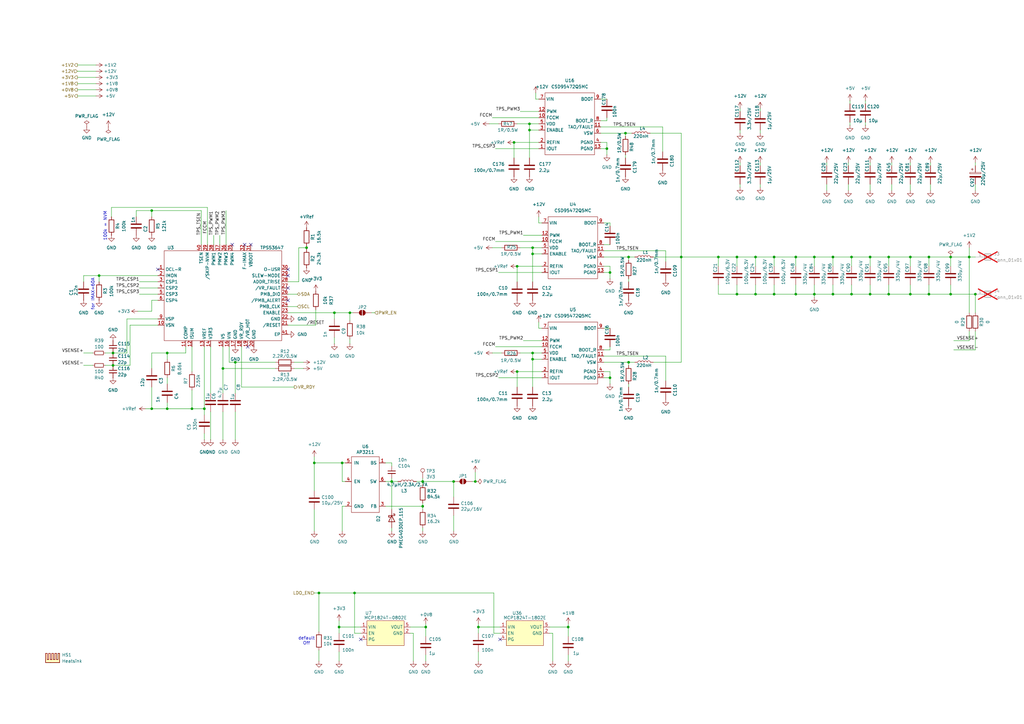
<source format=kicad_sch>
(kicad_sch (version 20231120) (generator "eeschema") (generator_version "8.0")
  (paper "A3")
  (title_block (title "BM1366 bitaxe") (date "2023-10-10") (rev "202"))
  (lib_symbols
    (symbol "+12V_1" (power) (pin_numbers hide) (pin_names (offset 0) hide)
      (property "Value" "+12V" (at 0 3.556 0))
      (symbol "+12V_1_1_1"
        (pin power_in line (at 0 0 90) (length 0) (name "~") (number "1"))
      )
    )
    (symbol "+12V_2" (power) (pin_numbers hide) (pin_names (offset 0) hide)
      (property "Value" "+12V" (at 0 3.556 0))
      (symbol "+12V_2_1_1"
        (pin power_in line (at 0 0 90) (length 0) (name "~") (number "1"))
      )
    )
    (symbol "+3V3_1" (power) (pin_numbers hide) (pin_names (offset 0) hide)
      (property "Value" "+3V3" (at 0 3.556 0))
      (symbol "+3V3_1_1_1"
        (pin power_in line (at 0 0 90) (length 0) (name "~") (number "1"))
      )
    )
    (symbol "+3V3_2" (power) (pin_numbers hide) (pin_names (offset 0) hide)
      (property "Value" "+3V3" (at 0 3.556 0))
      (symbol "+3V3_2_1_1"
        (pin power_in line (at 0 0 90) (length 0) (name "~") (number "1"))
      )
    )
    (symbol "+5V_1" (power) (pin_numbers hide) (pin_names (offset 0) hide)
      (property "Value" "+5V" (at 0 3.556 0))
      (symbol "+5V_1_1_1"
        (pin power_in line (at 0 0 90) (length 0) (name "~") (number "1"))
      )
    )
    (symbol "+5V_2" (power) (pin_numbers hide) (pin_names (offset 0) hide)
      (property "Value" "+5V" (at 0 3.556 0))
      (symbol "+5V_2_1_1"
        (pin power_in line (at 0 0 90) (length 0) (name "~") (number "1"))
      )
    )
    (symbol "+5V_3" (power) (pin_numbers hide) (pin_names (offset 0) hide)
      (property "Value" "+5V" (at 0 3.556 0))
      (symbol "+5V_3_1_1"
        (pin power_in line (at 0 0 90) (length 0) (name "~") (number "1"))
      )
    )
    (symbol "Connector:TestPoint" (pin_numbers hide) (pin_names (offset 0.762) hide)
      (property "Reference" "TP" (at 0 6.858 0))
      (property "Value" "TestPoint" (at 0 5.08 0))
      (symbol "TestPoint_1_1"
        (pin passive line (at 0 0 90) (length 2.54) (name "1") (number "1"))
      )
    )
    (symbol "Connector_Generic:Conn_01x01" (pin_names (offset 1.016) hide)
      (property "Reference" "J" (at 0 2.54 0))
      (property "Value" "Conn_01x01" (at 0 -2.54 0))
      (symbol "Conn_01x01_1_1"
        (pin passive line (at -5.08 0 0) (length 3.81) (name "Pin_1") (number "1"))
      )
    )
    (symbol "Device:C" (pin_numbers hide) (pin_names (offset 0.254))
      (property "Reference" "C" (at 0.635 2.54 0))
      (property "Value" "C" (at 0.635 -2.54 0))
      (symbol "C_1_1"
        (pin passive line (at 0 3.81 270) (length 2.794) (name "~") (number "1"))
        (pin passive line (at 0 -3.81 90) (length 2.794) (name "~") (number "2"))
      )
    )
    (symbol "Device:C_Polarized" (pin_numbers hide) (pin_names (offset 0.254))
      (property "Reference" "C" (at 0.635 2.54 0))
      (property "Value" "C_Polarized" (at 0.635 -2.54 0))
      (symbol "C_Polarized_1_1"
        (pin passive line (at 0 3.81 270) (length 2.794) (name "~") (number "1"))
        (pin passive line (at 0 -3.81 90) (length 2.794) (name "~") (number "2"))
      )
    )
    (symbol "Device:C_Small" (pin_numbers hide) (pin_names (offset 0.254) hide)
      (property "Reference" "C" (at 0.254 1.778 0))
      (property "Value" "C_Small" (at 0.254 -2.032 0))
      (symbol "C_Small_1_1"
        (pin passive line (at 0 2.54 270) (length 2.032) (name "~") (number "1"))
        (pin passive line (at 0 -2.54 90) (length 2.032) (name "~") (number "2"))
      )
    )
    (symbol "Device:D_Schottky" (pin_numbers hide) (pin_names (offset 1.016) hide)
      (property "Reference" "D" (at 0 2.54 0))
      (property "Value" "D_Schottky" (at 0 -2.54 0))
      (symbol "D_Schottky_1_1"
        (pin passive line (at -3.81 0 0) (length 2.54) (name "K") (number "1"))
        (pin passive line (at 3.81 0 180) (length 2.54) (name "A") (number "2"))
      )
    )
    (symbol "Device:L" (pin_numbers hide) (pin_names (offset 1.016) hide)
      (property "Reference" "L" (at -1.27 0 90))
      (property "Value" "L" (at 1.905 0 90))
      (symbol "L_1_1"
        (pin passive line (at 0 3.81 270) (length 1.27) (name "1") (number "1"))
        (pin passive line (at 0 -3.81 90) (length 1.27) (name "2") (number "2"))
      )
    )
    (symbol "Device:R" (pin_numbers hide) (pin_names (offset 0))
      (property "Reference" "R" (at 2.032 0 90))
      (property "Value" "R" (at 0 0 90))
      (symbol "R_1_1"
        (pin passive line (at 0 3.81 270) (length 1.27) (name "~") (number "1"))
        (pin passive line (at 0 -3.81 90) (length 1.27) (name "~") (number "2"))
      )
    )
    (symbol "Device:R_Small" (pin_numbers hide) (pin_names (offset 0.254) hide)
      (property "Reference" "R" (at 0.762 0.508 0))
      (property "Value" "R_Small" (at 0.762 -1.016 0))
      (symbol "R_Small_1_1"
        (pin passive line (at 0 2.54 270) (length 0.762) (name "~") (number "1"))
        (pin passive line (at 0 -2.54 90) (length 0.762) (name "~") (number "2"))
      )
    )
    (symbol "GND_1" (power) (pin_numbers hide) (pin_names (offset 0) hide)
      (property "Value" "GND" (at 0 -3.81 0))
      (symbol "GND_1_1_1"
        (pin power_in line (at 0 0 270) (length 0) (name "~") (number "1"))
      )
    )
    (symbol "GND_2" (power) (pin_numbers hide) (pin_names (offset 0) hide)
      (property "Value" "GND" (at 0 -3.81 0))
      (symbol "GND_2_1_1"
        (pin power_in line (at 0 0 270) (length 0) (name "~") (number "1"))
      )
    )
    (symbol "GND_4" (power) (pin_numbers hide) (pin_names (offset 0) hide)
      (property "Value" "GND" (at 0 -3.81 0))
      (symbol "GND_4_1_1"
        (pin power_in line (at 0 0 270) (length 0) (name "~") (number "1"))
      )
    )
    (symbol "GND_5" (power) (pin_numbers hide) (pin_names (offset 0) hide)
      (property "Value" "GND" (at 0 -3.81 0))
      (symbol "GND_5_1_1"
        (pin power_in line (at 0 0 270) (length 0) (name "~") (number "1"))
      )
    )
    (symbol "GND_6" (power) (pin_numbers hide) (pin_names (offset 0) hide)
      (property "Value" "GND" (at 0 -3.81 0))
      (symbol "GND_6_1_1"
        (pin power_in line (at 0 0 270) (length 0) (name "~") (number "1"))
      )
    )
    (symbol "GND_7" (power) (pin_numbers hide) (pin_names (offset 0) hide)
      (property "Value" "GND" (at 0 -3.81 0))
      (symbol "GND_7_1_1"
        (pin power_in line (at 0 0 270) (length 0) (name "~") (number "1"))
      )
    )
    (symbol "GND_9" (power) (pin_numbers hide) (pin_names (offset 0) hide)
      (property "Value" "GND" (at 0 -3.81 0))
      (symbol "GND_9_1_1"
        (pin power_in line (at 0 0 270) (length 0) (name "~") (number "1"))
      )
    )
    (symbol "Jumper:SolderJumper_2_Open" (pin_numbers hide) (pin_names (offset 0) hide) (exclude_from_sim yes) (in_bom no)
      (property "Reference" "JP" (at 0 2.032 0))
      (property "Value" "SolderJumper_2_Open" (at 0 -2.54 0))
      (symbol "SolderJumper_2_Open_1_1"
        (pin passive line (at -3.81 0 0) (length 2.54) (name "A") (number "1"))
        (pin passive line (at 3.81 0 180) (length 2.54) (name "B") (number "2"))
      )
    )
    (symbol "MCP1824_1"
      (property "Reference" "U4" (at -6.985 6.985 0))
      (property "Value" "MCP1824T-0802E" (at 0 5.08 0))
      (symbol "MCP1824_1_1_0"
        (pin power_in line (at -10.16 1.27 0) (length 2.54) (name "VIN") (number "1"))
        (pin power_in line (at 10.16 -1.27 180) (length 2.54) (name "GND") (number "2"))
        (pin input line (at -10.16 -1.27 0) (length 2.54) (name "EN") (number "3"))
        (pin bidirectional line (at -10.16 -3.81 0) (length 2.54) (name "PG") (number "4"))
        (pin power_out line (at 10.16 1.27 180) (length 2.54) (name "VOUT") (number "5"))
      )
    )
    (symbol "Mechanical:Heatsink" (pin_names (offset 1.016)) (exclude_from_sim yes)
      (property "Reference" "HS" (at 0 5.08 0))
      (property "Value" "Heatsink" (at 0 -1.27 0))
    )
    (symbol "PWR_FLAG_1" (power) (pin_numbers hide) (pin_names (offset 0) hide)
      (property "Value" "PWR_FLAG" (at 0 3.81 0))
      (symbol "PWR_FLAG_1_0_0"
        (pin power_out line (at 0 0 90) (length 0) (name "~") (number "1"))
      )
    )
    (symbol "PWR_FLAG_2" (power) (pin_numbers hide) (pin_names (offset 0) hide)
      (property "Value" "PWR_FLAG" (at 0 3.81 0))
      (symbol "PWR_FLAG_2_0_0"
        (pin power_out line (at 0 0 90) (length 0) (name "~") (number "1"))
      )
    )
    (symbol "bitaxe:MCP1824"
      (property "Reference" "U7" (at -3.175 6.985 0))
      (property "Value" "MCP1824T-1802E" (at 0 5.08 0))
      (symbol "MCP1824_1_0"
        (pin power_in line (at -10.16 1.27 0) (length 2.54) (name "VIN") (number "1"))
        (pin power_in line (at 10.16 -1.27 180) (length 2.54) (name "GND") (number "2"))
        (pin input line (at -10.16 -1.27 0) (length 2.54) (name "EN") (number "3"))
        (pin bidirectional line (at -10.16 -3.81 0) (length 2.54) (name "PG") (number "4"))
        (pin power_out line (at 10.16 1.27 180) (length 2.54) (name "VOUT") (number "5"))
      )
    )
    (symbol "mylib7:+0V8" (power) (exclude_from_sim yes) (in_bom no) (on_board no)
      (property "Value" "+0V8" (at 0 3.175 90))
      (symbol "+0V8_1_1"
        (pin power_in line (at 0 0 90) (length 0) hide (name "+0V8") (number "1"))
      )
    )
    (symbol "mylib7:+VRef" (power) (pin_names (offset 0))
      (property "Value" "+VRef" (at 0 3.556 0))
      (symbol "+VRef_1_1"
        (pin power_in line (at 0 0 90) (length 0) hide (name "+VRef") (number "1"))
      )
    )
    (symbol "mylib7:CSD95472Q5MC"
      (property "Reference" "U" (at -7.366 13.716 0))
      (property "Value" "CSD95472Q5MC" (at -1.524 -13.97 0))
      (symbol "CSD95472Q5MC_1_1"
        (pin output line (at -12.7 -10.16 0) (length 2.54) (name "IOUT") (number "1"))
        (pin input line (at -12.7 2.54 0) (length 2.54) (name "FCCM") (number "10"))
        (pin passive line (at 12.7 -1.27 180) (length 2.54) (name "TAO/FAULT") (number "11"))
        (pin input line (at -12.7 5.08 0) (length 2.54) (name "PWM") (number "12"))
        (pin passive line (at 12.7 -10.16 180) (length 2.54) (name "PGND") (number "13"))
        (pin input line (at -12.7 -7.62 0) (length 2.54) (name "REFIN") (number "2"))
        (pin input line (at -12.7 -2.54 0) (length 2.54) (name "ENABLE") (number "3"))
        (pin passive line (at 12.7 -7.62 180) (length 2.54) (name "PGND") (number "4"))
        (pin power_in line (at -12.7 0 0) (length 2.54) (name "VDD") (number "5"))
        (pin output line (at 12.7 -3.81 180) (length 2.54) (name "VSW") (number "6"))
        (pin power_in line (at -12.7 10.16 0) (length 2.54) (name "VIN") (number "7"))
        (pin input line (at 12.7 1.27 180) (length 2.54) (name "BOOT_R") (number "8"))
        (pin output line (at 12.7 10.16 180) (length 2.54) (name "BOOT") (number "9"))
      )
    )
    (symbol "mylib7:TPS53647"
      (property "Reference" "U" (at -23.368 20.066 0))
      (property "Value" "TPS53647" (at -15.24 0 0))
      (symbol "TPS53647_1_1"
        (pin passive line (at -26.67 11.43 0) (length 2.54) (name "OCL-R") (number "1"))
        (pin input line (at -26.67 -11.43 0) (length 2.54) (name "VSN") (number "10"))
        (pin passive line (at -15.24 -20.32 90) (length 2.54) (name "COMP") (number "11"))
        (pin passive line (at -12.7 -20.32 90) (length 2.54) (name "ISUM") (number "12"))
        (pin power_out line (at -7.62 -20.32 90) (length 2.54) (name "VREF") (number "13"))
        (pin power_out line (at -5.08 -20.32 90) (length 2.54) (name "V3R3") (number "14"))
        (pin power_in line (at 0 -20.32 90) (length 2.54) (name "V5") (number "15"))
        (pin power_in line (at 2.54 -20.32 90) (length 2.54) (name "VIN") (number "16"))
        (pin passive line (at 5.08 -20.32 90) (length 2.54) (name "GND") (number "17"))
        (pin open_collector line (at 7.62 -20.32 90) (length 2.54) (name "VR_RDY") (number "18"))
        (pin open_collector line (at 10.16 -20.32 90) (length 2.54) (name "/VR_HOT") (number "19"))
        (pin passive line (at -26.67 8.89 0) (length 2.54) (name "IMON") (number "2"))
        (pin power_in line (at 12.7 -20.32 90) (length 2.54) (name "GND") (number "20"))
        (pin input line (at 26.67 -11.43 180) (length 2.54) (name "/RESET") (number "21"))
        (pin power_in line (at 26.67 -8.89 180) (length 2.54) (name "GND") (number "22"))
        (pin input line (at 26.67 -6.35 180) (length 2.54) (name "ENABLE") (number "23"))
        (pin input line (at 26.67 -3.81 180) (length 2.54) (name "PMB_CLK") (number "24"))
        (pin open_collector line (at 26.67 -1.27 180) (length 2.54) (name "/PMB_ALERT") (number "25"))
        (pin open_collector line (at 26.67 1.27 180) (length 2.54) (name "PMB_DIO") (number "26"))
        (pin open_collector line (at 26.67 3.81 180) (length 2.54) (name "/VR_FAULT") (number "27"))
        (pin passive line (at 26.67 6.35 180) (length 2.54) (name "ADDR_TRISE") (number "28"))
        (pin passive line (at 26.67 8.89 180) (length 2.54) (name "SLEW-MODE") (number "29"))
        (pin input line (at -26.67 6.35 0) (length 2.54) (name "CSP1") (number "3"))
        (pin passive line (at 26.67 11.43 180) (length 2.54) (name "O-USR") (number "30"))
        (pin passive line (at 11.43 21.59 270) (length 2.54) (name "VBOOT") (number "31"))
        (pin passive line (at 8.89 21.59 270) (length 2.54) (name "F-IMAX") (number "32"))
        (pin output line (at 3.81 21.59 270) (length 2.54) (name "PWM4") (number "35"))
        (pin output line (at 1.27 21.59 270) (length 2.54) (name "PMW3") (number "36"))
        (pin output line (at -1.27 21.59 270) (length 2.54) (name "PMW2") (number "37"))
        (pin output line (at -3.81 21.59 270) (length 2.54) (name "PWM1") (number "38"))
        (pin input line (at -6.35 21.59 270) (length 2.54) (name "/SKIP-NVM") (number "39"))
        (pin input line (at -26.67 3.81 0) (length 2.54) (name "CSP2") (number "4"))
        (pin input line (at -8.89 21.59 270) (length 2.54) (name "TSEN") (number "40"))
        (pin power_in line (at 26.67 -15.24 180) (length 2.54) (name "EP") (number "41"))
        (pin input line (at -26.67 1.27 0) (length 2.54) (name "CSP3") (number "5"))
        (pin input line (at -26.67 -1.27 0) (length 2.54) (name "CSP4") (number "6"))
        (pin input line (at -26.67 -8.89 0) (length 2.54) (name "VSP") (number "9"))
      )
    )
    (symbol "pferdibank-rescue:AP3211-mylib" (pin_names (offset 1.016))
      (property "Reference" "U" (at -5.08 11.43 0))
      (property "Value" "mylib_AP3211" (at 0 -15.24 0))
      (symbol "AP3211-mylib_1_1"
        (pin passive line (at 7.62 7.62 180) (length 2.54) (name "BS") (number "1"))
        (pin power_in line (at -8.89 -10.16 0) (length 2.54) (name "GND") (number "2"))
        (pin input line (at 7.62 -10.16 180) (length 2.54) (name "FB") (number "3"))
        (pin input line (at -8.89 0 0) (length 2.54) (name "EN") (number "4"))
        (pin input line (at -8.89 7.62 0) (length 2.54) (name "IN") (number "5"))
        (pin power_out line (at 7.62 0 180) (length 2.54) (name "SW") (number "6"))
      )
    )
    (symbol "power:+12V" (power) (pin_names (offset 0))
      (property "Value" "+12V" (at 0 3.556 0))
      (symbol "+12V_1_1"
        (pin power_in line (at 0 0 90) (length 0) hide (name "+12V") (number "1"))
      )
    )
    (symbol "power:+1V2" (power) (pin_names (offset 0))
      (property "Value" "+1V2" (at 0 3.556 0))
      (symbol "+1V2_1_1"
        (pin power_in line (at 0 0 90) (length 0) hide (name "+1V2") (number "1"))
      )
    )
    (symbol "power:+1V8" (power) (pin_names (offset 0))
      (property "Value" "+1V8" (at 0 3.556 0))
      (symbol "+1V8_1_1"
        (pin power_in line (at 0 0 90) (length 0) hide (name "+1V8") (number "1"))
      )
    )
    (symbol "power:+3V3" (power) (pin_names (offset 0))
      (property "Value" "+3V3" (at 0 3.556 0))
      (symbol "+3V3_1_1"
        (pin power_in line (at 0 0 90) (length 0) hide (name "+3V3") (number "1"))
      )
    )
    (symbol "power:+5V" (power) (pin_names (offset 0))
      (property "Value" "+5V" (at 0 3.556 0))
      (symbol "+5V_1_1"
        (pin power_in line (at 0 0 90) (length 0) hide (name "+5V") (number "1"))
      )
    )
    (symbol "power:GND" (power) (pin_names (offset 0))
      (property "Value" "GND" (at 0 -3.81 0))
      (symbol "GND_1_1"
        (pin power_in line (at 0 0 270) (length 0) hide (name "GND") (number "1"))
      )
    )
    (symbol "power:PWR_FLAG" (power) (pin_numbers hide) (pin_names (offset 0) hide)
      (property "Value" "PWR_FLAG" (at 0 3.81 0))
      (symbol "PWR_FLAG_0_0"
        (pin power_out line (at 0 0 90) (length 0) (name "pwr") (number "1"))
      )
    )
  )
  (junction (at 302.26 105.41))
  (junction (at 173.355 207.645))
  (junction (at 389.89 105.41))
  (junction (at 349.25 120.65))
  (junction (at 257.81 148.59))
  (junction (at 139.065 257.175) (diameter 0.9144))
  (junction (at 364.49 105.41))
  (junction (at 334.01 105.41))
  (junction (at 68.58 144.78))
  (junction (at 397.51 105.41))
  (junction (at 128.905 189.865))
  (junction (at 233.045 257.175))
  (junction (at 91.44 151.13))
  (junction (at 143.51 128.27))
  (junction (at 62.23 86.36))
  (junction (at 218.44 101.6))
  (junction (at 256.54 54.61))
  (junction (at 381 105.41))
  (junction (at 145.415 243.205))
  (junction (at 400.05 120.65))
  (junction (at 326.39 120.65))
  (junction (at 317.5 105.41))
  (junction (at 326.39 105.41))
  (junction (at 309.88 120.65))
  (junction (at 210.82 58.42))
  (junction (at 309.88 105.41))
  (junction (at 341.63 105.41))
  (junction (at 125.73 101.6))
  (junction (at 78.74 167.64))
  (junction (at 294.64 105.41))
  (junction (at 173.355 197.485))
  (junction (at 46.355 149.86))
  (junction (at 68.58 167.64))
  (junction (at 140.335 189.865))
  (junction (at 248.92 60.96))
  (junction (at 174.625 257.175) (diameter 0.9144))
  (junction (at 250.19 111.76))
  (junction (at 196.215 257.175) (diameter 0.9144))
  (junction (at 279.4 105.41))
  (junction (at 356.87 105.41))
  (junction (at 341.63 120.65))
  (junction (at 302.26 120.65))
  (junction (at 356.87 120.65))
  (junction (at 257.81 105.41))
  (junction (at 186.055 197.485))
  (junction (at 218.44 147.32))
  (junction (at 373.38 120.65))
  (junction (at 83.82 167.64))
  (junction (at 349.25 105.41))
  (junction (at 212.09 109.22))
  (junction (at 381 120.65))
  (junction (at 334.01 120.65))
  (junction (at 62.23 167.64))
  (junction (at 373.38 105.41))
  (junction (at 250.19 154.94))
  (junction (at 217.17 50.8))
  (junction (at 46.355 144.78))
  (junction (at 137.16 128.27))
  (junction (at 389.89 120.65))
  (junction (at 130.81 243.205))
  (junction (at 160.655 197.485))
  (junction (at 217.17 53.34))
  (junction (at 218.44 144.78))
  (junction (at 194.945 197.485))
  (junction (at 364.49 120.65))
  (junction (at 212.09 152.4))
  (junction (at 218.44 104.14))
  (junction (at 96.52 148.59))
  (junction (at 40.64 113.03))
  (junction (at 317.5 120.65))
  (no_connect (at 64.77 110.49))
  (no_connect (at 118.11 113.03))
  (no_connect (at 118.11 123.19))
  (no_connect (at 101.6 142.24))
  (no_connect (at 118.11 118.11))
  (no_connect (at 205.105 262.255))
  (no_connect (at 100.33 100.33))
  (no_connect (at 118.11 110.49))
  (no_connect (at 95.25 100.33))
  (no_connect (at 102.87 100.33))
  (no_connect (at 147.955 262.255))
  (wire (pts (xy 311.785 75.565) (xy 311.785 76.835)))
  (wire (pts (xy 334.01 105.41) (xy 334.01 109.22)))
  (wire (pts (xy 219.71 38.1) (xy 219.71 40.64)))
  (wire (pts (xy 83.82 142.24) (xy 83.82 167.64)))
  (wire (pts (xy 381 105.41) (xy 389.89 105.41)))
  (wire (pts (xy 233.045 255.905) (xy 233.045 257.175)))
  (wire (pts (xy 39.37 31.75) (xy 31.75 31.75)))
  (wire (pts (xy 364.49 105.41) (xy 364.49 109.22)))
  (wire (pts (xy 354.965 41.275) (xy 354.965 42.545)))
  (wire (pts (xy 389.89 105.41) (xy 389.89 109.22)))
  (wire (pts (xy 267.97 148.59) (xy 279.4 148.59)))
  (wire (pts (xy 145.415 259.715) (xy 147.955 259.715)))
  (wire (pts (xy 334.01 120.65) (xy 334.01 121.92)))
  (wire (pts (xy 247.65 148.59) (xy 257.81 148.59)))
  (wire (pts (xy 391.16 143.51) (xy 400.05 143.51)))
  (wire (pts (xy 256.54 63.5) (xy 256.54 64.77)))
  (wire (pts (xy 225.425 257.175) (xy 233.045 257.175)))
  (wire (pts (xy 233.045 268.605) (xy 233.045 271.145)))
  (wire (pts (xy 186.055 217.805) (xy 186.055 211.455)))
  (wire (pts (xy 347.98 66.675) (xy 347.98 67.945)))
  (wire (pts (xy 246.38 60.96) (xy 248.92 60.96)))
  (wire (pts (xy 212.09 152.4) (xy 212.09 158.75)))
  (wire (pts (xy 309.88 116.84) (xy 309.88 120.65)))
  (wire (pts (xy 381 120.65) (xy 389.89 120.65)))
  (wire (pts (xy 220.98 88.9) (xy 220.98 91.44)))
  (wire (pts (xy 78.74 160.02) (xy 78.74 167.64)))
  (wire (pts (xy 168.275 257.175) (xy 174.625 257.175)))
  (wire (pts (xy 118.11 120.65) (xy 121.92 120.65)))
  (wire (pts (xy 214.63 139.7) (xy 222.25 139.7)))
  (wire (pts (xy 226.695 259.715) (xy 226.695 271.145)))
  (wire (pts (xy 217.17 53.34) (xy 217.17 50.8)))
  (wire (pts (xy 160.655 208.915) (xy 160.655 197.485)))
  (wire (pts (xy 145.415 243.205) (xy 202.565 243.205)))
  (wire (pts (xy 294.64 109.22) (xy 294.64 105.41)))
  (wire (pts (xy 140.335 189.865) (xy 141.605 189.865)))
  (wire (pts (xy 247.65 143.51) (xy 250.19 143.51)))
  (wire (pts (xy 122.555 101.6) (xy 125.73 101.6)))
  (wire (pts (xy 86.36 142.24) (xy 86.36 161.29)))
  (wire (pts (xy 364.49 120.65) (xy 373.38 120.65)))
  (wire (pts (xy 186.055 203.835) (xy 186.055 197.485)))
  (wire (pts (xy 250.19 157.48) (xy 250.19 154.94)))
  (wire (pts (xy 158.115 189.865) (xy 160.655 189.865)))
  (wire (pts (xy 160.655 217.805) (xy 160.655 216.535)))
  (wire (pts (xy 381 105.41) (xy 381 109.22)))
  (wire (pts (xy 34.29 113.03) (xy 34.29 115.57)))
  (wire (pts (xy 341.63 120.65) (xy 349.25 120.65)))
  (wire (pts (xy 160.655 197.485) (xy 160.655 196.215)))
  (wire (pts (xy 139.065 257.175) (xy 147.955 257.175)))
  (wire (pts (xy 311.785 44.45) (xy 311.785 45.72)))
  (wire (pts (xy 128.905 187.325) (xy 128.905 189.865)))
  (wire (pts (xy 348.615 41.275) (xy 348.615 42.545)))
  (wire (pts (xy 212.09 50.8) (xy 217.17 50.8)))
  (wire (pts (xy 186.055 197.485) (xy 173.355 197.485)))
  (wire (pts (xy 389.89 116.84) (xy 389.89 120.65)))
  (wire (pts (xy 381.635 75.565) (xy 381.635 78.105)))
  (wire (pts (xy 247.65 154.94) (xy 250.19 154.94)))
  (wire (pts (xy 137.16 128.27) (xy 137.16 130.81)))
  (wire (pts (xy 246.38 52.07) (xy 271.78 52.07)))
  (wire (pts (xy 326.39 116.84) (xy 326.39 120.65)))
  (wire (pts (xy 173.355 207.645) (xy 173.355 206.375)))
  (wire (pts (xy 334.01 120.65) (xy 341.63 120.65)))
  (wire (pts (xy 45.72 88.9) (xy 45.72 85.09)))
  (wire (pts (xy 39.37 29.21) (xy 31.75 29.21)))
  (wire (pts (xy 356.87 105.41) (xy 364.49 105.41)))
  (wire (pts (xy 218.44 144.78) (xy 222.25 144.78)))
  (wire (pts (xy 91.44 151.13) (xy 113.03 151.13)))
  (wire (pts (xy 76.2 142.24) (xy 76.2 144.78)))
  (wire (pts (xy 373.38 116.84) (xy 373.38 120.65)))
  (wire (pts (xy 302.26 105.41) (xy 302.26 109.22)))
  (wire (pts (xy 125.73 101.6) (xy 125.73 102.235)))
  (wire (pts (xy 90.17 96.52) (xy 90.17 100.33)))
  (wire (pts (xy 356.87 116.84) (xy 356.87 120.65)))
  (wire (pts (xy 118.11 125.73) (xy 121.92 125.73)))
  (wire (pts (xy 389.89 105.41) (xy 397.51 105.41)))
  (wire (pts (xy 68.58 144.78) (xy 62.23 144.78)))
  (wire (pts (xy 220.98 91.44) (xy 222.25 91.44)))
  (wire (pts (xy 349.25 105.41) (xy 356.87 105.41)))
  (wire (pts (xy 246.38 49.53) (xy 248.92 49.53)))
  (wire (pts (xy 364.49 116.84) (xy 364.49 120.65)))
  (wire (pts (xy 128.905 217.805) (xy 128.905 208.915)))
  (wire (pts (xy 397.51 105.41) (xy 397.51 101.6)))
  (wire (pts (xy 64.77 130.81) (xy 52.07 130.81)))
  (wire (pts (xy 381 116.84) (xy 381 120.65)))
  (wire (pts (xy 201.93 144.78) (xy 205.74 144.78)))
  (wire (pts (xy 43.18 144.78) (xy 46.355 144.78)))
  (wire (pts (xy 83.82 177.8) (xy 83.82 180.34)))
  (wire (pts (xy 303.53 75.565) (xy 303.53 76.835)))
  (wire (pts (xy 46.355 144.78) (xy 52.07 144.78)))
  (wire (pts (xy 200.66 50.8) (xy 204.47 50.8)))
  (wire (pts (xy 354.965 50.165) (xy 354.965 51.435)))
  (wire (pts (xy 68.58 144.78) (xy 68.58 147.32)))
  (wire (pts (xy 226.695 259.715) (xy 225.425 259.715)))
  (wire (pts (xy 92.71 86.36) (xy 92.71 100.33)))
  (wire (pts (xy 356.87 75.565) (xy 356.87 78.105)))
  (wire (pts (xy 83.82 167.64) (xy 78.74 167.64)))
  (wire (pts (xy 173.355 197.485) (xy 170.815 197.485)))
  (wire (pts (xy 250.19 114.3) (xy 250.19 111.76)))
  (wire (pts (xy 160.655 197.485) (xy 163.195 197.485)))
  (wire (pts (xy 381.635 66.675) (xy 381.635 67.945)))
  (wire (pts (xy 173.355 217.805) (xy 173.355 216.535)))
  (wire (pts (xy 317.5 109.22) (xy 317.5 105.41)))
  (wire (pts (xy 220.98 134.62) (xy 222.25 134.62)))
  (wire (pts (xy 143.51 128.27) (xy 143.51 131.445)))
  (wire (pts (xy 217.17 64.77) (xy 217.17 53.34)))
  (wire (pts (xy 217.17 50.8) (xy 220.98 50.8)))
  (wire (pts (xy 317.5 116.84) (xy 317.5 120.65)))
  (wire (pts (xy 334.01 116.84) (xy 334.01 120.65)))
  (wire (pts (xy 93.98 148.59) (xy 96.52 148.59)))
  (wire (pts (xy 220.98 58.42) (xy 210.82 58.42)))
  (wire (pts (xy 347.98 75.565) (xy 347.98 78.105)))
  (wire (pts (xy 87.63 96.52) (xy 87.63 100.33)))
  (wire (pts (xy 326.39 105.41) (xy 334.01 105.41)))
  (wire (pts (xy 99.06 142.24) (xy 99.06 158.75)))
  (wire (pts (xy 140.335 197.485) (xy 141.605 197.485)))
  (wire (pts (xy 210.82 58.42) (xy 210.82 64.77)))
  (wire (pts (xy 91.44 142.24) (xy 91.44 151.13)))
  (wire (pts (xy 158.115 197.485) (xy 160.655 197.485)))
  (wire (pts (xy 122.555 115.57) (xy 122.555 101.6)))
  (wire (pts (xy 271.78 52.07) (xy 271.78 62.23)))
  (wire (pts (xy 173.355 198.755) (xy 173.355 197.485)))
  (wire (pts (xy 250.19 152.4) (xy 247.65 152.4)))
  (wire (pts (xy 257.81 148.59) (xy 260.35 148.59)))
  (wire (pts (xy 83.82 167.64) (xy 83.82 170.18)))
  (wire (pts (xy 220.98 48.26) (xy 201.93 48.26)))
  (wire (pts (xy 339.09 75.565) (xy 339.09 78.105)))
  (wire (pts (xy 137.16 128.27) (xy 143.51 128.27)))
  (wire (pts (xy 364.49 105.41) (xy 373.38 105.41)))
  (wire (pts (xy 57.15 115.57) (xy 64.77 115.57)))
  (wire (pts (xy 267.97 105.41) (xy 279.4 105.41)))
  (wire (pts (xy 317.5 105.41) (xy 326.39 105.41)))
  (wire (pts (xy 174.625 268.605) (xy 174.625 271.145)))
  (wire (pts (xy 309.88 105.41) (xy 309.88 109.22)))
  (wire (pts (xy 140.335 207.645) (xy 141.605 207.645)))
  (wire (pts (xy 86.36 180.34) (xy 86.36 168.91)))
  (wire (pts (xy 248.92 60.96) (xy 248.92 58.42)))
  (wire (pts (xy 311.785 53.34) (xy 311.785 54.61)))
  (wire (pts (xy 76.2 144.78) (xy 68.58 144.78)))
  (wire (pts (xy 56.515 127.635) (xy 62.23 127.635)))
  (wire (pts (xy 137.16 138.43) (xy 137.16 140.97)))
  (wire (pts (xy 118.11 133.35) (xy 129.54 133.35)))
  (wire (pts (xy 219.71 40.64) (xy 220.98 40.64)))
  (wire (pts (xy 247.65 134.62) (xy 250.19 134.62)))
  (wire (pts (xy 118.11 128.27) (xy 137.16 128.27)))
  (wire (pts (xy 85.09 85.09) (xy 85.09 100.33)))
  (wire (pts (xy 68.58 167.64) (xy 62.23 167.64)))
  (wire (pts (xy 218.44 147.32) (xy 218.44 144.78)))
  (wire (pts (xy 247.65 102.87) (xy 273.05 102.87)))
  (wire (pts (xy 128.905 189.865) (xy 140.335 189.865)))
  (wire (pts (xy 68.58 165.1) (xy 68.58 167.64)))
  (wire (pts (xy 62.23 167.64) (xy 62.23 158.75)))
  (wire (pts (xy 248.92 49.53) (xy 248.92 48.26)))
  (wire (pts (xy 213.36 144.78) (xy 218.44 144.78)))
  (wire (pts (xy 64.77 113.03) (xy 40.64 113.03)))
  (wire (pts (xy 233.045 257.175) (xy 233.045 260.985)))
  (wire (pts (xy 40.64 113.03) (xy 34.29 113.03)))
  (wire (pts (xy 213.36 101.6) (xy 218.44 101.6)))
  (wire (pts (xy 373.38 105.41) (xy 381 105.41)))
  (wire (pts (xy 373.38 105.41) (xy 373.38 109.22)))
  (wire (pts (xy 311.785 66.675) (xy 311.785 67.945)))
  (wire (pts (xy 349.25 120.65) (xy 349.25 116.84)))
  (wire (pts (xy 196.215 255.905) (xy 196.215 257.175)))
  (wire (pts (xy 303.53 66.675) (xy 303.53 67.945)))
  (wire (pts (xy 373.38 75.565) (xy 373.38 78.105)))
  (wire (pts (xy 247.65 91.44) (xy 250.19 91.44)))
  (wire (pts (xy 68.58 154.94) (xy 68.58 157.48)))
  (wire (pts (xy 250.19 111.76) (xy 250.19 109.22)))
  (wire (pts (xy 250.19 91.44) (xy 250.19 92.71)))
  (wire (pts (xy 173.355 196.215) (xy 173.355 197.485)))
  (wire (pts (xy 46.355 149.86) (xy 53.34 149.86)))
  (wire (pts (xy 349.25 120.65) (xy 356.87 120.65)))
  (wire (pts (xy 400.05 135.89) (xy 400.05 143.51)))
  (wire (pts (xy 356.87 66.675) (xy 356.87 67.945)))
  (wire (pts (xy 397.51 105.41) (xy 397.51 128.27)))
  (wire (pts (xy 294.64 120.65) (xy 302.26 120.65)))
  (wire (pts (xy 82.55 86.36) (xy 62.23 86.36)))
  (wire (pts (xy 218.44 158.75) (xy 218.44 147.32)))
  (wire (pts (xy 118.11 115.57) (xy 122.555 115.57)))
  (wire (pts (xy 356.87 120.65) (xy 364.49 120.65)))
  (wire (pts (xy 120.65 151.13) (xy 124.46 151.13)))
  (wire (pts (xy 158.115 207.645) (xy 173.355 207.645)))
  (wire (pts (xy 218.44 147.32) (xy 222.25 147.32)))
  (wire (pts (xy 317.5 120.65) (xy 326.39 120.65)))
  (wire (pts (xy 250.19 109.22) (xy 247.65 109.22)))
  (wire (pts (xy 341.63 105.41) (xy 341.63 109.22)))
  (wire (pts (xy 62.23 144.78) (xy 62.23 151.13)))
  (wire (pts (xy 247.65 105.41) (xy 257.81 105.41)))
  (wire (pts (xy 365.76 75.565) (xy 365.76 78.105)))
  (wire (pts (xy 279.4 54.61) (xy 279.4 105.41)))
  (wire (pts (xy 348.615 50.165) (xy 348.615 51.435)))
  (wire (pts (xy 246.38 54.61) (xy 256.54 54.61)))
  (wire (pts (xy 194.945 193.675) (xy 194.945 197.485)))
  (wire (pts (xy 400.05 66.675) (xy 400.05 67.945)))
  (wire (pts (xy 303.53 53.34) (xy 303.53 54.61)))
  (wire (pts (xy 55.88 86.36) (xy 55.88 88.9)))
  (wire (pts (xy 389.89 120.65) (xy 400.05 120.65)))
  (wire (pts (xy 140.335 189.865) (xy 140.335 197.485)))
  (wire (pts (xy 217.17 53.34) (xy 220.98 53.34)))
  (wire (pts (xy 257.81 105.41) (xy 260.35 105.41)))
  (wire (pts (xy 143.51 139.065) (xy 143.51 140.97)))
  (wire (pts (xy 34.29 144.78) (xy 38.1 144.78)))
  (wire (pts (xy 279.4 105.41) (xy 294.64 105.41)))
  (wire (pts (xy 218.44 115.57) (xy 218.44 104.14)))
  (wire (pts (xy 128.905 201.295) (xy 128.905 189.865)))
  (wire (pts (xy 341.63 105.41) (xy 349.25 105.41)))
  (wire (pts (xy 39.37 26.67) (xy 31.75 26.67)))
  (wire (pts (xy 213.36 45.72) (xy 220.98 45.72)))
  (wire (pts (xy 139.065 257.175) (xy 139.065 259.715)))
  (wire (pts (xy 93.98 142.24) (xy 93.98 148.59)))
  (wire (pts (xy 222.25 152.4) (xy 212.09 152.4)))
  (wire (pts (xy 53.34 133.35) (xy 53.34 149.86)))
  (wire (pts (xy 212.09 109.22) (xy 212.09 115.57)))
  (wire (pts (xy 130.81 243.205) (xy 145.415 243.205)))
  (wire (pts (xy 250.19 143.51) (xy 250.19 142.24)))
  (wire (pts (xy 204.47 111.76) (xy 222.25 111.76)))
  (wire (pts (xy 174.625 257.175) (xy 174.625 260.985)))
  (wire (pts (xy 273.05 102.87) (xy 273.05 107.315)))
  (wire (pts (xy 204.47 154.94) (xy 222.25 154.94)))
  (wire (pts (xy 222.25 142.24) (xy 203.2 142.24)))
  (wire (pts (xy 302.26 120.65) (xy 309.88 120.65)))
  (wire (pts (xy 57.15 118.11) (xy 64.77 118.11)))
  (wire (pts (xy 203.2 60.96) (xy 220.98 60.96)))
  (wire (pts (xy 341.63 116.84) (xy 341.63 120.65)))
  (wire (pts (xy 256.54 54.61) (xy 259.08 54.61)))
  (wire (pts (xy 139.065 267.335) (xy 139.065 271.145)))
  (wire (pts (xy 196.215 267.335) (xy 196.215 271.145)))
  (wire (pts (xy 273.05 146.05) (xy 273.05 156.21)))
  (wire (pts (xy 247.65 146.05) (xy 273.05 146.05)))
  (wire (pts (xy 152.4 128.27) (xy 153.67 128.27)))
  (wire (pts (xy 365.76 66.675) (xy 365.76 67.945)))
  (wire (pts (xy 143.51 128.27) (xy 144.78 128.27)))
  (wire (pts (xy 256.54 54.61) (xy 256.54 55.88)))
  (wire (pts (xy 96.52 168.91) (xy 96.52 180.34)))
  (wire (pts (xy 218.44 101.6) (xy 222.25 101.6)))
  (wire (pts (xy 218.44 104.14) (xy 218.44 101.6)))
  (wire (pts (xy 57.15 120.65) (xy 64.77 120.65)))
  (wire (pts (xy 145.415 243.205) (xy 145.415 259.715)))
  (wire (pts (xy 62.23 123.19) (xy 62.23 127.635)))
  (wire (pts (xy 257.81 157.48) (xy 257.81 158.75)))
  (wire (pts (xy 78.74 167.64) (xy 68.58 167.64)))
  (wire (pts (xy 59.69 167.64) (xy 62.23 167.64)))
  (wire (pts (xy 99.06 158.75) (xy 120.65 158.75)))
  (wire (pts (xy 373.38 120.65) (xy 381 120.65)))
  (wire (pts (xy 248.92 58.42) (xy 246.38 58.42)))
  (wire (pts (xy 373.38 66.675) (xy 373.38 67.945)))
  (wire (pts (xy 62.23 86.36) (xy 62.23 88.9)))
  (wire (pts (xy 120.65 148.59) (xy 124.46 148.59)))
  (wire (pts (xy 309.88 120.65) (xy 317.5 120.65)))
  (wire (pts (xy 169.545 259.715) (xy 169.545 271.145)))
  (wire (pts (xy 279.4 105.41) (xy 279.4 148.59)))
  (wire (pts (xy 248.92 63.5) (xy 248.92 60.96)))
  (wire (pts (xy 326.39 105.41) (xy 326.39 109.22)))
  (wire (pts (xy 214.63 96.52) (xy 222.25 96.52)))
  (wire (pts (xy 43.18 149.86) (xy 46.355 149.86)))
  (wire (pts (xy 349.25 105.41) (xy 349.25 109.22)))
  (wire (pts (xy 140.335 217.805) (xy 140.335 207.645)))
  (wire (pts (xy 218.44 104.14) (xy 222.25 104.14)))
  (wire (pts (xy 45.72 85.09) (xy 85.09 85.09)))
  (wire (pts (xy 39.37 34.29) (xy 31.75 34.29)))
  (wire (pts (xy 303.53 44.45) (xy 303.53 45.72)))
  (wire (pts (xy 129.54 127) (xy 129.54 133.35)))
  (wire (pts (xy 130.81 243.205) (xy 130.81 259.08)))
  (wire (pts (xy 160.655 189.865) (xy 160.655 191.135)))
  (wire (pts (xy 196.215 257.175) (xy 196.215 259.715)))
  (wire (pts (xy 397.51 105.41) (xy 400.05 105.41)))
  (wire (pts (xy 266.7 54.61) (xy 279.4 54.61)))
  (wire (pts (xy 174.625 255.905) (xy 174.625 257.175)))
  (wire (pts (xy 250.19 154.94) (xy 250.19 152.4)))
  (wire (pts (xy 257.81 148.59) (xy 257.81 149.86)))
  (wire (pts (xy 62.23 86.36) (xy 55.88 86.36)))
  (wire (pts (xy 202.565 243.205) (xy 202.565 259.715)))
  (wire (pts (xy 34.29 149.86) (xy 38.1 149.86)))
  (wire (pts (xy 339.09 66.675) (xy 339.09 67.945)))
  (wire (pts (xy 52.07 144.78) (xy 52.07 130.81)))
  (wire (pts (xy 302.26 105.41) (xy 309.88 105.41)))
  (wire (pts (xy 31.75 39.37) (xy 39.37 39.37)))
  (wire (pts (xy 247.65 100.33) (xy 250.19 100.33)))
  (wire (pts (xy 194.945 197.485) (xy 193.675 197.485)))
  (wire (pts (xy 334.01 105.41) (xy 341.63 105.41)))
  (wire (pts (xy 220.98 132.08) (xy 220.98 134.62)))
  (wire (pts (xy 62.23 123.19) (xy 64.77 123.19)))
  (wire (pts (xy 173.355 208.915) (xy 173.355 207.645)))
  (wire (pts (xy 257.81 105.41) (xy 257.81 106.68)))
  (wire (pts (xy 139.065 254.635) (xy 139.065 257.175)))
  (wire (pts (xy 294.64 116.84) (xy 294.64 120.65)))
  (wire (pts (xy 400.05 75.565) (xy 400.05 78.105)))
  (wire (pts (xy 130.81 266.7) (xy 130.81 271.145)))
  (wire (pts (xy 82.55 86.36) (xy 82.55 100.33)))
  (wire (pts (xy 169.545 259.715) (xy 168.275 259.715)))
  (wire (pts (xy 91.44 151.13) (xy 91.44 161.29)))
  (wire (pts (xy 246.38 40.64) (xy 248.92 40.64)))
  (wire (pts (xy 294.64 105.41) (xy 302.26 105.41)))
  (wire (pts (xy 205.105 259.715) (xy 202.565 259.715)))
  (wire (pts (xy 247.65 111.76) (xy 250.19 111.76)))
  (wire (pts (xy 39.37 36.83) (xy 31.75 36.83)))
  (wire (pts (xy 397.51 135.89) (xy 397.51 139.7)))
  (wire (pts (xy 391.16 139.7) (xy 397.51 139.7)))
  (wire (pts (xy 96.52 148.59) (xy 113.03 148.59)))
  (wire (pts (xy 222.25 99.06) (xy 203.2 99.06)))
  (wire (pts (xy 96.52 148.59) (xy 96.52 161.29)))
  (wire (pts (xy 78.74 142.24) (xy 78.74 152.4)))
  (wire (pts (xy 302.26 116.84) (xy 302.26 120.65)))
  (wire (pts (xy 201.93 101.6) (xy 205.74 101.6)))
  (wire (pts (xy 326.39 120.65) (xy 334.01 120.65)))
  (wire (pts (xy 64.77 133.35) (xy 53.34 133.35)))
  (wire (pts (xy 196.215 257.175) (xy 205.105 257.175)))
  (wire (pts (xy 128.905 243.205) (xy 130.81 243.205)))
  (wire (pts (xy 125.73 101.6) (xy 125.73 100.965)))
  (wire (pts (xy 309.88 105.41) (xy 317.5 105.41)))
  (wire (pts (xy 400.05 120.65) (xy 400.05 128.27)))
  (wire (pts (xy 257.81 114.3) (xy 257.81 115.57)))
  (wire (pts (xy 91.44 168.91) (xy 91.44 180.34)))
  (wire (pts (xy 222.25 109.22) (xy 212.09 109.22)))
  (wire (pts (xy 40.64 113.03) (xy 40.64 115.57)))
  (wire (pts (xy 356.87 105.41) (xy 356.87 109.22)))
  (text "default\nOff" (at 125.73 262.89 0) (effects (font (size 1.27 1.27))))
  (text "for IMAX=60A" (at 38.1 120.65 90) (effects (font (size 1.27 1.27))))
  (text "100k = NVM" (at 43.18 92.71 90) (effects (font (size 1.27 1.27))))
  (label "TPS_PWM1" (at 87.63 96.52 90))
  (label "TPS_CSP1" (at 57.15 115.57 180))
  (label "FCCM" (at 203.2 142.24 180))
  (label "{slash}RESET" (at 125.73 133.35 0))
  (label "TPS_TSEN" (at 82.55 96.52 90))
  (label "TPS_PWM3" (at 92.71 86.36 270))
  (label "TPS_TSEN" (at 252.73 102.87 0))
  (label "TPS_PWM1" (at 214.63 96.52 180))
  (label "FCCM" (at 203.2 99.06 180))
  (label "TPS_PWM2" (at 214.63 139.7 180))
  (label "TPS_TSEN" (at 251.46 52.07 0))
  (label "TPS_CSP2" (at 57.15 118.11 180))
  (label "TPS_PWM2" (at 90.17 96.52 90))
  (label "VSENSE+" (at 34.29 144.78 180))
  (label "TPS_CSP3" (at 57.15 120.65 180))
  (label "VSENSE-" (at 392.43 143.51 0))
  (label "VSENSE-" (at 34.29 149.86 180))
  (label "TPS_CSP2" (at 204.47 154.94 180))
  (label "TPS_CSP3" (at 203.2 60.96 180))
  (label "TPS_CSP1" (at 204.47 111.76 180))
  (label "FCCM" (at 201.93 48.26 180))
  (label "VSENSE+" (at 392.43 139.7 0))
  (label "TPS_TSEN" (at 252.73 146.05 0))
  (label "FCCM" (at 85.09 95.885 90))
  (label "TPS_PWM3" (at 213.36 45.72 180))
  (hierarchical_label "VR_RDY" (shape output) (at 120.65 158.75 0))
  (hierarchical_label "+1V2" (shape output) (at 31.75 26.67 180))
  (hierarchical_label "+12V" (shape input) (at 31.75 29.21 180))
  (hierarchical_label "SCL" (shape input) (at 121.92 125.73 0))
  (hierarchical_label "SDA" (shape bidirectional) (at 121.92 120.65 0))
  (hierarchical_label "+1V8" (shape output) (at 31.75 34.29 180))
  (hierarchical_label "+3V3" (shape output) (at 31.75 31.75 180))
  (hierarchical_label "+5V" (shape output) (at 31.75 39.37 180))
  (hierarchical_label "+0V8" (shape output) (at 31.75 36.83 180))
  (hierarchical_label "PWR_EN" (shape input) (at 153.67 128.27 0))
  (hierarchical_label "LDO_EN" (shape input) (at 128.905 243.205 180))
  (symbol (lib_id "power:GND") (at 339.09 78.105 0) (unit 1)
    (property "Reference" "#PWR0145" (effects (hide yes)))
    (property "Value" "GND" (at 339.09 82.677 0))
  )
  (symbol (lib_id "power:GND") (at 381.635 78.105 0) (unit 1)
    (property "Reference" "#PWR0160" (effects (hide yes)))
    (property "Value" "GND" (at 381.635 82.677 0))
  )
  (symbol (lib_name "GND_2") (lib_id "power:GND") (at 212.09 123.19 0) (unit 1)
    (property "Reference" "#PWR044" (effects (hide yes)))
    (property "Value" "GND" (at 212.09 128.27 0))
    (property "Description" "Power symbol creates a global label with name \"GND\" , ground" (effects (hide yes)))
  )
  (symbol (lib_id "power:GND") (at 233.045 271.145 0) (mirror y) (unit 1)
    (property "Reference" "#PWR0199" (effects (hide yes)))
    (property "Value" "GND" (at 233.045 275.59 0))
  )
  (symbol (lib_name "+5V_1") (lib_id "power:+5V") (at 201.93 101.6 90) (unit 1)
    (property "Reference" "#PWR041" (effects (hide yes)))
    (property "Value" "+5V" (at 198.12 101.5999 90) (effects (justify left)))
    (property "Description" "Power symbol creates a global label with name \"+5V\"" (effects (hide yes)))
  )
  (symbol (lib_id "pferdibank-rescue:AP3211-mylib") (at 150.495 197.485 0) (unit 1)
    (property "Reference" "U6" (at 149.86 183.134 0))
    (property "Value" "AP3211" (at 149.86 185.4454 0))
    (property "Footprint" "Package_TO_SOT_SMD:SOT-23-6" (effects (hide yes)))
    (property "Distributor" "D" (effects (hide yes)))
    (property "Manufacturer" "AP3211KTR-G1" (effects (hide yes)))
    (property "OrderNr" "AP3211KTR-G1DICT-ND" (effects (hide yes)))
  )
  (symbol (lib_id "Device:C") (at 373.38 71.755 0) (unit 1)
    (property "Reference" "C81" (at 372.11 70.485 90) (effects (justify left)))
    (property "Value" "22µ/25V" (at 377.19 75.565 90) (effects (justify left)))
    (property "Footprint" "Capacitor_SMD:C_1210_3225Metric" (effects (hide yes)))
    (property "Distributor" "D" (effects (hide yes)))
    (property "Manufacturer" "C1210C226K3PAC7800" (effects (hide yes)))
    (property "OrderNr" "399-C1210C226K3PAC7800CT-ND" (effects (hide yes)))
  )
  (symbol (lib_name "+5V_1") (lib_id "power:+5V") (at 200.66 50.8 90) (unit 1)
    (property "Reference" "#PWR0317" (effects (hide yes)))
    (property "Value" "+5V" (at 196.85 50.7999 90) (effects (justify left)))
    (property "Description" "Power symbol creates a global label with name \"+5V\"" (effects (hide yes)))
  )
  (symbol (lib_id "Device:C") (at 381 113.03 0) (unit 1)
    (property "Reference" "C98" (at 379.73 111.76 90) (effects (justify left)))
    (property "Value" "330µ/4V" (at 384.81 115.57 90) (effects (justify left)))
    (property "Footprint" "Capacitor_SMD:C_1210_3225Metric" (effects (hide yes)))
    (property "Distributor" "D" (effects (hide yes)))
    (property "Manufacturer" "GRM32ER60G337ME05K" (effects (hide yes)))
    (property "OrderNr" "490-GRM32ER60G337ME05KCT-ND" (effects (hide yes)))
  )
  (symbol (lib_id "Device:R") (at 256.54 59.69 180) (unit 1)
    (property "Reference" "R48" (at 259.08 62.23 90) (effects (justify right)))
    (property "Value" "1R/0.5W" (at 254 62.865 90) (effects (justify right)))
    (property "Footprint" "Resistor_SMD:R_0805_2012Metric" (effects (hide yes)))
    (property "Description" "Resistor" (effects (hide yes)))
    (property "Distributor" "D" (effects (hide yes)))
    (property "Manufacturer" "CRCW08051R00FKEAHP" (effects (hide yes)))
    (property "OrderNr" "541-1.00TCT-ND" (effects (hide yes)))
  )
  (symbol (lib_id "power:GND") (at 169.545 271.145 0) (mirror y) (unit 1)
    (property "Reference" "#PWR0181" (effects (hide yes)))
    (property "Value" "GND" (at 169.545 275.59 0))
  )
  (symbol (lib_id "power:+12V") (at 381.635 66.675 0) (unit 1)
    (property "Reference" "#PWR0159" (effects (hide yes)))
    (property "Value" "+12V" (at 381.635 61.595 0))
  )
  (symbol (lib_id "power:+12V") (at 400.05 66.675 0) (unit 1)
    (property "Reference" "#PWR0161" (effects (hide yes)))
    (property "Value" "+12V" (at 400.05 61.595 0))
  )
  (symbol (lib_id "Device:C") (at 341.63 113.03 0) (unit 1)
    (property "Reference" "C86" (at 340.36 111.76 90) (effects (justify left)))
    (property "Value" "330µ/4V" (at 345.44 116.84 90) (effects (justify left)))
    (property "Footprint" "Capacitor_SMD:C_1210_3225Metric" (effects (hide yes)))
    (property "Distributor" "D" (effects (hide yes)))
    (property "Manufacturer" "GRM32ER60G337ME05K" (effects (hide yes)))
    (property "OrderNr" "490-GRM32ER60G337ME05KCT-ND" (effects (hide yes)))
  )
  (symbol (lib_id "Device:C") (at 55.88 92.71 0) (mirror y) (unit 1)
    (property "Reference" "C2" (at 59.69 95.25 90) (effects (justify left)))
    (property "Value" "1n" (at 54.61 91.44 90) (effects (justify left)))
    (property "Footprint" "Capacitor_SMD:C_0805_2012Metric" (effects (hide yes)))
  )
  (symbol (lib_id "power:+12V") (at 303.53 44.45 0) (unit 1)
    (property "Reference" "#PWR0228" (effects (hide yes)))
    (property "Value" "+12V" (at 303.53 39.37 0))
  )
  (symbol (lib_name "GND_7") (lib_id "power:GND") (at 348.615 51.435 0) (unit 1)
    (property "Reference" "#PWR029" (effects (hide yes)))
    (property "Value" "GND" (at 348.615 56.515 0))
  )
  (symbol (lib_id "Device:C") (at 174.625 264.795 0) (unit 1)
    (property "Reference" "C105" (at 175.895 262.89 0) (effects (justify left bottom)))
    (property "Value" "1µ" (at 175.895 268.605 0) (effects (justify left bottom)))
    (property "Footprint" "Capacitor_SMD:C_0805_2012Metric" (effects (hide yes)))
  )
  (symbol (lib_name "GND_5") (lib_id "power:GND") (at 91.44 180.34 0) (unit 1)
    (property "Reference" "#PWR024" (effects (hide yes)))
    (property "Value" "GND" (at 91.44 185.42 0))
    (property "Description" "Power symbol creates a global label with name \"GND\" , ground" (effects (hide yes)))
  )
  (symbol (lib_id "Device:R") (at 208.28 50.8 90) (mirror x) (unit 1)
    (property "Reference" "R47" (at 208.28 50.8 90))
    (property "Value" "1R/0.5W" (at 208.28 53.34 90))
    (property "Footprint" "Resistor_SMD:R_0805_2012Metric" (effects (hide yes)))
    (property "Description" "Resistor" (effects (hide yes)))
    (property "Distributor" "D" (effects (hide yes)))
    (property "Manufacturer" "CRCW08051R00FKEAHP" (effects (hide yes)))
    (property "OrderNr" "541-1.00TCT-ND" (effects (hide yes)))
  )
  (symbol (lib_id "Device:C") (at 62.23 154.94 0) (mirror y) (unit 1)
    (property "Reference" "C3" (at 66.04 157.48 90) (effects (justify left)))
    (property "Value" "12p" (at 58.42 158.75 90) (effects (justify left)))
    (property "Footprint" "Capacitor_SMD:C_0603_1608Metric" (effects (hide yes)))
  )
  (symbol (lib_name "+3V3_1") (lib_id "power:+3V3") (at 129.54 119.38 0) (unit 1)
    (property "Reference" "#PWR02" (effects (hide yes)))
    (property "Value" "+3V3" (at 129.54 114.3 0))
    (property "Description" "Power symbol creates a global label with name \"+3V3\"" (effects (hide yes)))
  )
  (symbol (lib_id "mylib7:+VRef") (at 212.09 152.4 90) (unit 1)
    (property "Reference" "#PWR045" (effects (hide yes)))
    (property "Value" "+VRef" (at 208.28 152.3999 90) (effects (justify left)))
    (property "Description" "Power symbol creates a global label with name \"+3.3V\"" (effects (hide yes)))
  )
  (symbol (lib_id "power:+3V3") (at 196.215 255.905 0) (unit 1)
    (property "Reference" "#PWR0193" (effects (hide yes)))
    (property "Value" "+3V3" (at 196.215 250.825 0))
  )
  (symbol (lib_name "GND_7") (lib_id "power:GND") (at 354.965 51.435 0) (unit 1)
    (property "Reference" "#PWR036" (effects (hide yes)))
    (property "Value" "GND" (at 354.965 56.515 0))
  )
  (symbol (lib_id "Device:C") (at 294.64 113.03 0) (unit 1)
    (property "Reference" "C21" (at 293.37 111.76 90) (effects (justify left)))
    (property "Value" "100µ/6.3V" (at 298.45 116.84 90) (effects (justify left)))
    (property "Footprint" "Capacitor_SMD:C_1210_3225Metric" (effects (hide yes)))
    (property "Distributor" "D" (effects (hide yes)))
    (property "Manufacturer" "C1210C107M8PAC7800" (effects (hide yes)))
    (property "OrderNr" "399-C1210C107M8PAC7800CT-ND" (effects (hide yes)))
  )
  (symbol (lib_id "Device:L") (at 262.89 54.61 90) (unit 1)
    (property "Reference" "L4" (at 263.525 52.705 90))
    (property "Value" "220nH" (at 262.89 55.88 90))
    (property "Footprint" "myfootprints:IFLR-4031GC-01-8x10" (effects (hide yes)))
    (property "Distributor" "D" (effects (hide yes)))
    (property "Manufacturer" "FP1008R5-R220-R" (effects (hide yes)))
    (property "OrderNr" "283-FP1008R5-R220-RCT-ND" (effects (hide yes)))
  )
  (symbol (lib_id "power:+12V") (at 365.76 66.675 0) (unit 1)
    (property "Reference" "#PWR0148" (effects (hide yes)))
    (property "Value" "+12V" (at 365.76 61.595 0))
  )
  (symbol (lib_id "mylib7:TPS53647") (at 91.44 121.92 0) (unit 1)
    (property "Reference" "U3" (at 68.58 101.6 0) (effects (justify left)))
    (property "Value" "TPS53647" (at 106.68 101.6 0) (effects (justify left)))
    (property "Footprint" "Package_DFN_QFN:Texas_RHA0040B_VQFN-40-1EP_6x6mm_P0.5mm_EP4.15x4.15mm_ThermalVias" (effects (hide yes)))
    (property "Distributor" "D" (effects (hide yes)))
    (property "Manufacturer" "TPS53647RTAR" (effects (hide yes)))
    (property "OrderNr" "296-51986-1-ND" (effects (hide yes)))
  )
  (symbol (lib_name "GND_2") (lib_id "power:GND") (at 273.05 163.83 0) (unit 1)
    (property "Reference" "#PWR0218" (effects (hide yes)))
    (property "Value" "GND" (at 273.05 168.91 0))
    (property "Description" "Power symbol creates a global label with name \"GND\" , ground" (effects (hide yes)))
  )
  (symbol (lib_id "power:+3V3") (at 39.37 31.75 270) (mirror x) (unit 1)
    (property "Reference" "#PWR016" (effects (hide yes)))
    (property "Value" "+3V3" (at 43.18 31.75 90) (effects (justify left)))
  )
  (symbol (lib_id "power:GND") (at 365.76 78.105 0) (unit 1)
    (property "Reference" "#PWR0153" (effects (hide yes)))
    (property "Value" "GND" (at 365.76 82.677 0))
  )
  (symbol (lib_id "Device:C") (at 217.17 68.58 0) (unit 1)
    (property "Reference" "C177" (at 220.98 67.3099 0) (effects (justify left)))
    (property "Value" "2.2µ" (at 220.98 69.8499 0) (effects (justify left)))
    (property "Footprint" "Capacitor_SMD:C_0805_2012Metric" (effects (hide yes)))
    (property "Description" "Unpolarized capacitor" (effects (hide yes)))
  )
  (symbol (lib_id "Device:C") (at 212.09 119.38 0) (mirror y) (unit 1)
    (property "Reference" "C10" (at 208.28 118.1099 0) (effects (justify left)))
    (property "Value" "100n/0.7mm" (at 208.28 120.6499 0) (effects (justify left)))
    (property "Footprint" "Capacitor_SMD:C_0805_2012Metric" (effects (hide yes)))
    (property "Description" "Unpolarized capacitor" (effects (hide yes)))
    (property "Distributor" "D" (effects (hide yes)))
    (property "Manufacturer" "AC0805KRX7R9BB104" (effects (hide yes)))
    (property "OrderNr" "311-3037-1-ND" (effects (hide yes)))
  )
  (symbol (lib_name "+12V_1") (lib_id "power:+12V") (at 220.98 88.9 0) (unit 1)
    (property "Reference" "#PWR049" (effects (hide yes)))
    (property "Value" "+12V" (at 220.98 83.82 0))
    (property "Description" "Power symbol creates a global label with name \"+12V\"" (effects (hide yes)))
  )
  (symbol (lib_id "power:+1V2") (at 397.51 101.6 0) (unit 1)
    (property "Reference" "#PWR0166" (effects (hide yes)))
    (property "Value" "+1V2" (at 397.51 96.52 0))
  )
  (symbol (lib_id "Device:C") (at 250.19 138.43 0) (unit 1)
    (property "Reference" "C16" (at 248.92 137.16 90) (effects (justify left)))
    (property "Value" "100n" (at 253.365 142.24 90) (effects (justify left)))
    (property "Footprint" "Capacitor_SMD:C_0805_2012Metric" (effects (hide yes)))
  )
  (symbol (lib_id "Device:C") (at 326.39 113.03 0) (unit 1)
    (property "Reference" "C48" (at 325.12 111.76 90) (effects (justify left)))
    (property "Value" "330µ/4V" (at 330.2 116.84 90) (effects (justify left)))
    (property "Footprint" "Capacitor_SMD:C_1210_3225Metric" (effects (hide yes)))
    (property "Distributor" "D" (effects (hide yes)))
    (property "Manufacturer" "GRM32ER60G337ME05K" (effects (hide yes)))
    (property "OrderNr" "490-GRM32ER60G337ME05KCT-ND" (effects (hide yes)))
  )
  (symbol (lib_id "Device:C") (at 218.44 119.38 0) (unit 1)
    (property "Reference" "C12" (at 222.25 118.1099 0) (effects (justify left)))
    (property "Value" "2.2µ" (at 222.25 120.6499 0) (effects (justify left)))
    (property "Footprint" "Capacitor_SMD:C_0805_2012Metric" (effects (hide yes)))
    (property "Description" "Unpolarized capacitor" (effects (hide yes)))
  )
  (symbol (lib_id "Device:C") (at 356.87 71.755 0) (unit 1)
    (property "Reference" "C111" (at 355.6 70.485 90) (effects (justify left)))
    (property "Value" "22µ/25V" (at 360.68 75.565 90) (effects (justify left)))
    (property "Footprint" "Capacitor_SMD:C_1210_3225Metric" (effects (hide yes)))
    (property "Distributor" "D" (effects (hide yes)))
    (property "Manufacturer" "C1210C226K3PAC7800" (effects (hide yes)))
    (property "OrderNr" "399-C1210C226K3PAC7800CT-ND" (effects (hide yes)))
  )
  (symbol (lib_id "Device:R") (at 45.72 92.71 180) (unit 1)
    (property "Reference" "R4" (at 48.26 92.71 90))
    (property "Value" "100k" (at 50.8 92.71 90))
    (property "Footprint" "Resistor_SMD:R_0805_2012Metric" (effects (hide yes)))
    (property "Description" "Resistor" (effects (hide yes)))
  )
  (symbol (lib_id "mylib7:+VRef") (at 125.73 93.345 0) (unit 1)
    (property "Reference" "#PWR023" (effects (hide yes)))
    (property "Value" "+VRef" (at 125.73 88.9 0))
    (property "Description" "Power symbol creates a global label with name \"+3.3V\"" (effects (hide yes)))
  )
  (symbol (lib_name "GND_9") (lib_id "power:GND") (at 46.355 154.94 0) (unit 1)
    (property "Reference" "#PWR0221" (effects (hide yes)))
    (property "Value" "GND" (at 46.355 160.02 0))
    (property "Description" "Power symbol creates a global label with name \"GND\" , ground" (effects (hide yes)))
  )
  (symbol (lib_id "Device:C") (at 186.055 207.645 0) (unit 1)
    (property "Reference" "C106" (at 188.976 206.4766 0) (effects (justify left)))
    (property "Value" "22µ/16V" (at 188.976 208.788 0) (effects (justify left)))
    (property "Footprint" "Capacitor_SMD:C_1206_3216Metric" (effects (hide yes)))
  )
  (symbol (lib_name "+5V_1") (lib_id "power:+5V") (at 201.93 144.78 90) (unit 1)
    (property "Reference" "#PWR042" (effects (hide yes)))
    (property "Value" "+5V" (at 198.12 144.7799 90) (effects (justify left)))
    (property "Description" "Power symbol creates a global label with name \"+5V\"" (effects (hide yes)))
  )
  (symbol (lib_id "Device:R") (at 68.58 151.13 180) (unit 1)
    (property "Reference" "R6" (at 71.12 151.13 90))
    (property "Value" "8.06k" (at 73.66 151.13 90))
    (property "Footprint" "Resistor_SMD:R_0805_2012Metric" (effects (hide yes)))
    (property "Description" "Resistor" (effects (hide yes)))
  )
  (symbol (lib_id "Device:C") (at 210.82 68.58 0) (mirror y) (unit 1)
    (property "Reference" "C176" (at 207.01 67.3099 0) (effects (justify left)))
    (property "Value" "100n/0.7mm" (at 207.01 69.8499 0) (effects (justify left)))
    (property "Footprint" "Capacitor_SMD:C_0805_2012Metric" (effects (hide yes)))
    (property "Description" "Unpolarized capacitor" (effects (hide yes)))
    (property "Distributor" "D" (effects (hide yes)))
    (property "Manufacturer" "AC0805KRX7R9BB104" (effects (hide yes)))
    (property "OrderNr" "311-3037-1-ND" (effects (hide yes)))
  )
  (symbol (lib_id "Device:C") (at 212.09 162.56 0) (mirror y) (unit 1)
    (property "Reference" "C11" (at 208.28 161.2899 0) (effects (justify left)))
    (property "Value" "100n/0.7mm" (at 208.28 163.8299 0) (effects (justify left)))
    (property "Footprint" "Capacitor_SMD:C_0805_2012Metric" (effects (hide yes)))
    (property "Description" "Unpolarized capacitor" (effects (hide yes)))
    (property "Distributor" "D" (effects (hide yes)))
    (property "Manufacturer" "AC0805KRX7R9BB104" (effects (hide yes)))
    (property "OrderNr" "311-3037-1-ND" (effects (hide yes)))
  )
  (symbol (lib_name "GND_2") (lib_id "power:GND") (at 256.54 72.39 0) (unit 1)
    (property "Reference" "#PWR0323" (effects (hide yes)))
    (property "Value" "GND" (at 256.54 77.47 0))
    (property "Description" "Power symbol creates a global label with name \"GND\" , ground" (effects (hide yes)))
  )
  (symbol (lib_name "+5V_2") (lib_id "power:+5V") (at 124.46 151.13 270) (unit 1)
    (property "Reference" "#PWR033" (effects (hide yes)))
    (property "Value" "+5V" (at 128.27 151.1299 90) (effects (justify left)))
    (property "Description" "Power symbol creates a global label with name \"+5V\"" (effects (hide yes)))
  )
  (symbol (lib_id "power:+12V") (at 303.53 66.675 0) (unit 1)
    (property "Reference" "#PWR0225" (effects (hide yes)))
    (property "Value" "+12V" (at 303.53 61.595 0))
  )
  (symbol (lib_id "power:+12V") (at 311.785 66.675 0) (unit 1)
    (property "Reference" "#PWR0224" (effects (hide yes)))
    (property "Value" "+12V" (at 311.785 61.595 0))
  )
  (symbol (lib_id "Device:C") (at 256.54 68.58 0) (mirror y) (unit 1)
    (property "Reference" "C179" (at 260.35 71.12 90) (effects (justify left)))
    (property "Value" "1n/0.7mm" (at 253.365 74.93 90) (effects (justify left)))
    (property "Footprint" "Capacitor_SMD:C_0805_2012Metric" (effects (hide yes)))
    (property "Distributor" "D" (effects (hide yes)))
    (property "Manufacturer" "CC0805KRX7R0BB102" (effects (hide yes)))
    (property "OrderNr" "311-1472-1-ND" (effects (hide yes)))
  )
  (symbol (lib_name "GND_2") (lib_id "power:GND") (at 218.44 123.19 0) (unit 1)
    (property "Reference" "#PWR047" (effects (hide yes)))
    (property "Value" "GND" (at 218.44 128.27 0))
    (property "Description" "Power symbol creates a global label with name \"GND\" , ground" (effects (hide yes)))
  )
  (symbol (lib_id "power:GND") (at 303.53 54.61 0) (unit 1)
    (property "Reference" "#PWR0229" (effects (hide yes)))
    (property "Value" "GND" (at 303.53 59.182 0))
  )
  (symbol (lib_id "power:+12V") (at 311.785 44.45 0) (unit 1)
    (property "Reference" "#PWR0230" (effects (hide yes)))
    (property "Value" "+12V" (at 311.785 39.37 0))
  )
  (symbol (lib_id "Device:C_Polarized") (at 400.05 71.755 0) (unit 1)
    (property "Reference" "C92" (at 398.78 76.835 90) (effects (justify left)))
    (property "Value" "220µ/25V" (at 403.225 76.2 90) (effects (justify left)))
    (property "Footprint" "Capacitor_SMD:CP_Elec_8x10" (effects (hide yes)))
    (property "Distributor" "D" (effects (hide yes)))
    (property "Manufacturer" "875075355002" (effects (hide yes)))
    (property "OrderNr" "732-6489-1-ND" (effects (hide yes)))
  )
  (symbol (lib_id "power:GND") (at 140.335 217.805 0) (unit 1)
    (property "Reference" "#PWR0173" (effects (hide yes)))
    (property "Value" "GND" (at 140.462 222.1992 0))
  )
  (symbol (lib_name "+3V3_2") (lib_id "power:+3V3") (at 56.515 127.635 90) (unit 1)
    (property "Reference" "#PWR05" (effects (hide yes)))
    (property "Value" "+3V3" (at 53.34 127.6349 90) (effects (justify left)))
    (property "Description" "Power symbol creates a global label with name \"+3V3\"" (effects (hide yes)))
  )
  (symbol (lib_id "Device:R") (at 143.51 135.255 0) (unit 1)
    (property "Reference" "R38" (at 146.05 133.985 0) (effects (justify left)))
    (property "Value" "10k" (at 146.05 136.525 0) (effects (justify left)))
    (property "Footprint" "Resistor_SMD:R_0805_2012Metric" (effects (hide yes)))
  )
  (symbol (lib_id "power:+1V8") (at 39.37 34.29 270) (mirror x) (unit 1)
    (property "Reference" "#PWR017" (effects (hide yes)))
    (property "Value" "+1V8" (at 43.18 34.29 90) (effects (justify left)))
  )
  (symbol (lib_id "power:GND") (at 186.055 217.805 0) (unit 1)
    (property "Reference" "#PWR0188" (effects (hide yes)))
    (property "Value" "GND" (at 186.182 222.1992 0))
  )
  (symbol (lib_name "GND_6") (lib_id "power:GND") (at 137.16 140.97 0) (unit 1)
    (property "Reference" "#PWR034" (effects (hide yes)))
    (property "Value" "GND" (at 137.16 146.05 0))
    (property "Description" "Power symbol creates a global label with name \"GND\" , ground" (effects (hide yes)))
  )
  (symbol (lib_name "GND_2") (lib_id "power:GND") (at 248.92 63.5 0) (unit 1)
    (property "Reference" "#PWR0322" (effects (hide yes)))
    (property "Value" "GND" (at 248.92 68.58 0))
    (property "Description" "Power symbol creates a global label with name \"GND\" , ground" (effects (hide yes)))
  )
  (symbol (lib_name "PWR_FLAG_2") (lib_id "power:PWR_FLAG") (at 194.945 197.485 270) (unit 1)
    (property "Reference" "#FLG02" (effects (hide yes)))
    (property "Value" "PWR_FLAG" (at 198.12 197.4849 90) (effects (justify left)))
    (property "Description" "Special symbol for telling ERC where power comes from" (effects (hide yes)))
  )
  (symbol (lib_id "power:+12V") (at 44.45 52.07 0) (unit 1)
    (property "Reference" "#PWR019" (effects (hide yes)))
    (property "Value" "+12V" (at 44.45 46.99 0))
  )
  (symbol (lib_id "power:GND") (at 139.065 271.145 0) (mirror y) (unit 1)
    (property "Reference" "#PWR0172" (effects (hide yes)))
    (property "Value" "GND" (at 139.065 275.59 0))
  )
  (symbol (lib_id "mylib7:+VRef") (at 59.69 167.64 90) (unit 1)
    (property "Reference" "#PWR010" (effects (hide yes)))
    (property "Value" "+VRef" (at 55.88 167.6399 90) (effects (justify left)))
    (property "Description" "Power symbol creates a global label with name \"+3.3V\"" (effects (hide yes)))
  )
  (symbol (lib_id "Device:C") (at 250.19 96.52 0) (unit 1)
    (property "Reference" "C14" (at 248.92 95.25 90) (effects (justify left)))
    (property "Value" "100n" (at 253.365 100.33 90) (effects (justify left)))
    (property "Footprint" "Capacitor_SMD:C_0805_2012Metric" (effects (hide yes)))
  )
  (symbol (lib_id "Device:R") (at 125.73 97.155 180) (unit 1)
    (property "Reference" "R1" (at 128.27 97.155 90))
    (property "Value" "16.5k" (at 130.81 97.155 90))
    (property "Footprint" "Resistor_SMD:R_0805_2012Metric" (effects (hide yes)))
    (property "Description" "Resistor" (effects (hide yes)))
  )
  (symbol (lib_id "Device:C") (at 364.49 113.03 0) (unit 1)
    (property "Reference" "C95" (at 363.22 111.76 90) (effects (justify left)))
    (property "Value" "330µ/4V" (at 368.3 115.57 90) (effects (justify left)))
    (property "Footprint" "Capacitor_SMD:C_1210_3225Metric" (effects (hide yes)))
    (property "Distributor" "D" (effects (hide yes)))
    (property "Manufacturer" "GRM32ER60G337ME05K" (effects (hide yes)))
    (property "OrderNr" "490-GRM32ER60G337ME05KCT-ND" (effects (hide yes)))
  )
  (symbol (lib_name "+5V_3") (lib_id "power:+5V") (at 348.615 41.275 0) (unit 1)
    (property "Reference" "#PWR028" (effects (hide yes)))
    (property "Value" "+5V" (at 348.615 36.195 0))
    (property "Description" "Power symbol creates a global label with name \"+5V\"" (effects (hide yes)))
  )
  (symbol (lib_id "Device:C") (at 137.16 134.62 0) (mirror y) (unit 1)
    (property "Reference" "C9" (at 140.97 137.16 90) (effects (justify left)))
    (property "Value" "1n" (at 133.35 138.43 90) (effects (justify left)))
    (property "Footprint" "Capacitor_SMD:C_0805_2012Metric" (effects (hide yes)))
  )
  (symbol (lib_id "power:+12V") (at 373.38 66.675 0) (unit 1)
    (property "Reference" "#PWR0154" (effects (hide yes)))
    (property "Value" "+12V" (at 373.38 61.595 0))
  )
  (symbol (lib_id "power:GND") (at 35.56 52.07 0) (unit 1)
    (property "Reference" "#PWR013" (effects (hide yes)))
    (property "Value" "GND" (at 35.56 56.515 0))
  )
  (symbol (lib_name "GND_6") (lib_id "power:GND") (at 118.11 130.81 90) (unit 1)
    (property "Reference" "#PWR030" (effects (hide yes)))
    (property "Value" "GND" (at 121.92 130.8099 90) (effects (justify right)))
    (property "Description" "Power symbol creates a global label with name \"GND\" , ground" (effects (hide yes)))
  )
  (symbol (lib_id "mylib7:+VRef") (at 212.09 109.22 90) (unit 1)
    (property "Reference" "#PWR043" (effects (hide yes)))
    (property "Value" "+VRef" (at 208.28 109.2199 90) (effects (justify left)))
    (property "Description" "Power symbol creates a global label with name \"+3.3V\"" (effects (hide yes)))
  )
  (symbol (lib_id "Device:C") (at 86.36 165.1 0) (mirror y) (unit 1)
    (property "Reference" "C6" (at 87.63 163.83 90) (effects (justify left)))
    (property "Value" "1µ" (at 85.09 163.83 90) (effects (justify left)))
    (property "Footprint" "Capacitor_SMD:C_0805_2012Metric" (effects (hide yes)))
  )
  (symbol (lib_id "Connector_Generic:Conn_01x01") (at 405.13 120.65 0) (unit 1) (in_bom no) (dnp yes)
    (property "Reference" "J4" (at 407.67 119.3799 0) (effects (justify left)))
    (property "Value" "Conn_01x01" (at 407.67 121.9199 0) (effects (justify left)))
    (property "Footprint" "TerminalBlock_Wuerth:Wuerth_REDCUBE-THR_WP-THRBU_74650194_THR" (effects (hide yes)))
    (property "Description" "Generic connector, single row, 01x01, script generated (kicad-library-utils/schlib/autogen/connector/)" (effects (hide yes)))
    (property "Distributor" "D" (effects (hide yes)))
    (property "Manufacturer" "74650194R" (effects (hide yes)))
    (property "OrderNr" "732-74650194RCT-ND" (effects (hide yes)))
  )
  (symbol (lib_id "Device:R") (at 116.84 151.13 270) (unit 1)
    (property "Reference" "R13" (at 116.84 153.67 90))
    (property "Value" "2.2R/0.5W" (at 116.84 155.575 90))
    (property "Footprint" "Resistor_SMD:R_0805_2012Metric" (effects (hide yes)))
    (property "Description" "Resistor" (effects (hide yes)))
    (property "Distributor" "D" (effects (hide yes)))
    (property "Manufacturer" "RCS08052R20FKEA" (effects (hide yes)))
    (property "OrderNr" "541-10524-1-ND" (effects (hide yes)))
  )
  (symbol (lib_name "GND_7") (lib_id "power:GND") (at 34.29 123.19 0) (unit 1)
    (property "Reference" "#PWR06" (effects (hide yes)))
    (property "Value" "GND" (at 34.29 128.27 0))
    (property "Description" "Power symbol creates a global label with name \"GND\" , ground" (effects (hide yes)))
  )
  (symbol (lib_id "Device:C_Small") (at 46.355 152.4 0) (unit 1)
    (property "Reference" "C116" (at 48.26 151.13 0) (effects (justify left)))
    (property "Value" "22p" (at 48.26 153.67 0) (effects (justify left)))
    (property "Footprint" "Capacitor_SMD:C_0603_1608Metric" (effects (hide yes)))
    (property "Description" "Unpolarized capacitor, small symbol" (effects (hide yes)))
  )
  (symbol (lib_id "Device:C") (at 347.98 71.755 0) (unit 1)
    (property "Reference" "C23" (at 346.71 70.485 90) (effects (justify left)))
    (property "Value" "22µ/25V" (at 351.79 75.565 90) (effects (justify left)))
    (property "Footprint" "Capacitor_SMD:C_1210_3225Metric" (effects (hide yes)))
    (property "Distributor" "D" (effects (hide yes)))
    (property "Manufacturer" "C1210C226K3PAC7800" (effects (hide yes)))
    (property "OrderNr" "399-C1210C226K3PAC7800CT-ND" (effects (hide yes)))
  )
  (symbol (lib_name "GND_7") (lib_id "power:GND") (at 55.88 96.52 0) (unit 1)
    (property "Reference" "#PWR09" (effects (hide yes)))
    (property "Value" "GND" (at 55.88 101.6 0))
    (property "Description" "Power symbol creates a global label with name \"GND\" , ground" (effects (hide yes)))
  )
  (symbol (lib_id "power:GND") (at 130.81 271.145 0) (mirror y) (unit 1)
    (property "Reference" "#PWR0202" (effects (hide yes)))
    (property "Value" "GND" (at 130.81 275.59 0))
  )
  (symbol (lib_id "Device:C") (at 273.05 111.125 0) (mirror y) (unit 1)
    (property "Reference" "C109" (at 276.86 113.665 90) (effects (justify left)))
    (property "Value" "1n/0.7mm" (at 269.24 112.395 90) (effects (justify left)))
    (property "Footprint" "Capacitor_SMD:C_0805_2012Metric" (effects (hide yes)))
    (property "Distributor" "D" (effects (hide yes)))
    (property "Manufacturer" "CC0805KRX7R0BB102" (effects (hide yes)))
    (property "OrderNr" "311-1472-1-ND" (effects (hide yes)))
  )
  (symbol (lib_id "Device:C") (at 218.44 162.56 0) (unit 1)
    (property "Reference" "C13" (at 222.25 161.2899 0) (effects (justify left)))
    (property "Value" "2.2µ" (at 222.25 163.8299 0) (effects (justify left)))
    (property "Footprint" "Capacitor_SMD:C_0805_2012Metric" (effects (hide yes)))
    (property "Description" "Unpolarized capacitor" (effects (hide yes)))
  )
  (symbol (lib_id "Device:C_Small") (at 46.355 142.24 0) (unit 1)
    (property "Reference" "C115" (at 48.26 140.97 0) (effects (justify left)))
    (property "Value" "22p" (at 48.26 143.51 0) (effects (justify left)))
    (property "Footprint" "Capacitor_SMD:C_0603_1608Metric" (effects (hide yes)))
    (property "Description" "Unpolarized capacitor, small symbol" (effects (hide yes)))
  )
  (symbol (lib_name "PWR_FLAG_1") (lib_id "power:PWR_FLAG") (at 389.89 105.41 0) (unit 1)
    (property "Reference" "#FLG04" (effects (hide yes)))
    (property "Value" "PWR_FLAG" (at 389.89 100.33 0))
    (property "Description" "Special symbol for telling ERC where power comes from" (effects (hide yes)))
  )
  (symbol (lib_name "GND_6") (lib_id "power:GND") (at 118.11 137.16 90) (unit 1)
    (property "Reference" "#PWR031" (effects (hide yes)))
    (property "Value" "GND" (at 121.92 137.1599 90) (effects (justify right)))
    (property "Description" "Power symbol creates a global label with name \"GND\" , ground" (effects (hide yes)))
  )
  (symbol (lib_id "Device:C") (at 128.905 205.105 0) (unit 1)
    (property "Reference" "C100" (at 131.826 203.9366 0) (effects (justify left)))
    (property "Value" "10µ/25V" (at 131.826 206.248 0) (effects (justify left)))
    (property "Footprint" "Capacitor_SMD:C_0805_2012Metric" (effects (hide yes)))
    (property "Distributor" "D" (effects (hide yes)))
    (property "Manufacturer" "C2012X5R1E106K125AB" (effects (hide yes)))
    (property "OrderNr" "445-5984-1-ND" (effects (hide yes)))
  )
  (symbol (lib_name "+12V_1") (lib_id "power:+12V") (at 220.98 132.08 0) (unit 1)
    (property "Reference" "#PWR052" (effects (hide yes)))
    (property "Value" "+12V" (at 223.52 129.54 0))
    (property "Description" "Power symbol creates a global label with name \"+12V\"" (effects (hide yes)))
  )
  (symbol (lib_id "power:+12V") (at 128.905 187.325 0) (unit 1)
    (property "Reference" "#PWR0167" (effects (hide yes)))
    (property "Value" "+12V" (at 128.905 182.245 0))
  )
  (symbol (lib_id "Device:C") (at 349.25 113.03 0) (unit 1)
    (property "Reference" "C90" (at 347.98 111.76 90) (effects (justify left)))
    (property "Value" "330µ/4V" (at 353.06 115.57 90) (effects (justify left)))
    (property "Footprint" "Capacitor_SMD:C_1210_3225Metric" (effects (hide yes)))
    (property "Distributor" "D" (effects (hide yes)))
    (property "Manufacturer" "GRM32ER60G337ME05K" (effects (hide yes)))
    (property "OrderNr" "490-GRM32ER60G337ME05KCT-ND" (effects (hide yes)))
  )
  (symbol (lib_name "GND_6") (lib_id "power:GND") (at 104.14 142.24 0) (unit 1)
    (property "Reference" "#PWR027" (effects (hide yes)))
    (property "Value" "GND" (at 104.14 147.32 0))
    (property "Description" "Power symbol creates a global label with name \"GND\" , ground" (effects (hide yes)))
  )
  (symbol (lib_id "Device:C") (at 348.615 46.355 0) (unit 1)
    (property "Reference" "C119" (at 349.25 44.45 0) (effects (justify left bottom)))
    (property "Value" "10µ" (at 349.885 50.165 0) (effects (justify left bottom)))
    (property "Footprint" "Capacitor_SMD:C_0805_2012Metric" (effects (hide yes)))
    (property "Distributor" "D" (effects (hide yes)))
    (property "Manufacturer" "C2012X5R1E106K125AB" (effects (hide yes)))
    (property "OrderNr" "445-5984-1-ND" (effects (hide yes)))
  )
  (symbol (lib_name "GND_2") (lib_id "power:GND") (at 210.82 72.39 0) (unit 1)
    (property "Reference" "#PWR0319" (effects (hide yes)))
    (property "Value" "GND" (at 210.82 77.47 0))
    (property "Description" "Power symbol creates a global label with name \"GND\" , ground" (effects (hide yes)))
  )
  (symbol (lib_id "Device:C") (at 271.78 66.04 0) (mirror y) (unit 1)
    (property "Reference" "C180" (at 275.59 68.58 90) (effects (justify left)))
    (property "Value" "1n/0.7mm" (at 267.97 67.31 90) (effects (justify left)))
    (property "Footprint" "Capacitor_SMD:C_0805_2012Metric" (effects (hide yes)))
    (property "Distributor" "D" (effects (hide yes)))
    (property "Manufacturer" "CC0805KRX7R0BB102" (effects (hide yes)))
    (property "OrderNr" "311-1472-1-ND" (effects (hide yes)))
  )
  (symbol (lib_id "Device:L") (at 167.005 197.485 90) (unit 1)
    (property "Reference" "L3" (at 165.735 201.295 90))
    (property "Value" "4.7µH/2.3A/2.7A" (at 167.005 198.755 90))
    (property "Footprint" "Inductor_SMD:L_Taiyo-Yuden_NR-50xx" (effects (hide yes)))
    (property "Distributor" "D" (effects (hide yes)))
    (property "Manufacturer" "74404052047" (effects (hide yes)))
    (property "OrderNr" "732-7244-1-ND" (effects (hide yes)))
  )
  (symbol (lib_name "GND_2") (lib_id "power:GND") (at 212.09 166.37 0) (unit 1)
    (property "Reference" "#PWR046" (effects (hide yes)))
    (property "Value" "GND" (at 212.09 171.45 0))
    (property "Description" "Power symbol creates a global label with name \"GND\" , ground" (effects (hide yes)))
  )
  (symbol (lib_id "power:GND") (at 160.655 217.805 0) (unit 1)
    (property "Reference" "#PWR0177" (effects (hide yes)))
    (property "Value" "GND" (at 160.782 222.1992 0))
  )
  (symbol (lib_id "Device:R_Small") (at 40.64 144.78 90) (unit 1)
    (property "Reference" "R39" (at 40.64 139.7 90))
    (property "Value" "100" (at 40.64 142.24 90))
    (property "Footprint" "Resistor_SMD:R_0805_2012Metric" (effects (hide yes)))
    (property "Description" "Resistor, small symbol" (effects (hide yes)))
  )
  (symbol (lib_id "Device:C") (at 389.89 113.03 0) (unit 1)
    (property "Reference" "C99" (at 388.62 111.76 90) (effects (justify left)))
    (property "Value" "330µ/4V" (at 393.7 115.57 90) (effects (justify left)))
    (property "Footprint" "Capacitor_SMD:C_1210_3225Metric" (effects (hide yes)))
    (property "Distributor" "D" (effects (hide yes)))
    (property "Manufacturer" "GRM32ER60G337ME05K" (effects (hide yes)))
    (property "OrderNr" "490-GRM32ER60G337ME05KCT-ND" (effects (hide yes)))
  )
  (symbol (lib_id "Device:C") (at 68.58 161.29 0) (mirror y) (unit 1)
    (property "Reference" "C4" (at 72.39 163.83 90) (effects (justify left)))
    (property "Value" "1n" (at 64.77 165.1 90) (effects (justify left)))
    (property "Footprint" "Capacitor_SMD:C_0805_2012Metric" (effects (hide yes)))
  )
  (symbol (lib_id "power:+5V") (at 194.945 193.675 0) (unit 1)
    (property "Reference" "#PWR0189" (effects (hide yes)))
    (property "Value" "+5V" (at 194.945 189.23 0))
  )
  (symbol (lib_id "Device:L") (at 264.16 148.59 90) (unit 1)
    (property "Reference" "L2" (at 264.795 146.685 90))
    (property "Value" "220nH" (at 264.16 149.86 90))
    (property "Footprint" "myfootprints:IFLR-4031GC-01-8x10" (effects (hide yes)))
    (property "Distributor" "D" (effects (hide yes)))
    (property "Manufacturer" "FP1008R5-R220-R" (effects (hide yes)))
    (property "OrderNr" "283-FP1008R5-R220-RCT-ND" (effects (hide yes)))
  )
  (symbol (lib_id "Device:C") (at 196.215 263.525 0) (unit 1)
    (property "Reference" "C107" (at 197.485 261.62 0) (effects (justify left bottom)))
    (property "Value" "100n" (at 197.485 267.335 0) (effects (justify left bottom)))
    (property "Footprint" "Capacitor_SMD:C_0805_2012Metric" (effects (hide yes)))
  )
  (symbol (lib_id "Device:R") (at 130.81 262.89 0) (unit 1)
    (property "Reference" "R31" (at 132.588 261.7216 0) (effects (justify left)))
    (property "Value" "10k" (at 132.588 264.033 0) (effects (justify left)))
    (property "Footprint" "Resistor_SMD:R_0805_2012Metric" (effects (hide yes)))
  )
  (symbol (lib_id "power:+5V") (at 39.37 39.37 270) (unit 1)
    (property "Reference" "#PWR018" (effects (hide yes)))
    (property "Value" "+5V" (at 43.18 39.37 90) (effects (justify left)))
  )
  (symbol (lib_id "Device:C") (at 91.44 165.1 180) (unit 1)
    (property "Reference" "C7" (at 92.71 157.48 90) (effects (justify left)))
    (property "Value" "4.7µ" (at 90.17 158.75 90) (effects (justify left)))
    (property "Footprint" "Capacitor_SMD:C_0805_2012Metric" (effects (hide yes)))
  )
  (symbol (lib_id "Device:C") (at 257.81 119.38 0) (mirror y) (unit 1)
    (property "Reference" "C18" (at 261.62 121.92 90) (effects (justify left)))
    (property "Value" "1n/0.7mm" (at 254.635 125.73 90) (effects (justify left)))
    (property "Footprint" "Capacitor_SMD:C_0805_2012Metric" (effects (hide yes)))
    (property "Distributor" "D" (effects (hide yes)))
    (property "Manufacturer" "CC0805KRX7R0BB102" (effects (hide yes)))
    (property "OrderNr" "311-1472-1-ND" (effects (hide yes)))
  )
  (symbol (lib_name "GND_2") (lib_id "power:GND") (at 250.19 157.48 0) (unit 1)
    (property "Reference" "#PWR0141" (effects (hide yes)))
    (property "Value" "GND" (at 250.19 162.56 0))
    (property "Description" "Power symbol creates a global label with name \"GND\" , ground" (effects (hide yes)))
  )
  (symbol (lib_id "Device:C") (at 273.05 160.02 0) (mirror y) (unit 1)
    (property "Reference" "C110" (at 276.86 162.56 90) (effects (justify left)))
    (property "Value" "1n/0.7mm" (at 269.24 161.29 90) (effects (justify left)))
    (property "Footprint" "Capacitor_SMD:C_0805_2012Metric" (effects (hide yes)))
    (property "Distributor" "D" (effects (hide yes)))
    (property "Manufacturer" "CC0805KRX7R0BB102" (effects (hide yes)))
    (property "OrderNr" "311-1472-1-ND" (effects (hide yes)))
  )
  (symbol (lib_id "Device:C") (at 317.5 113.03 0) (unit 1)
    (property "Reference" "C39" (at 316.23 111.76 90) (effects (justify left)))
    (property "Value" "100µ/6.3V" (at 321.31 116.84 90) (effects (justify left)))
    (property "Footprint" "Capacitor_SMD:C_1210_3225Metric" (effects (hide yes)))
    (property "Distributor" "D" (effects (hide yes)))
    (property "Manufacturer" "C1210C107M8PAC7800" (effects (hide yes)))
    (property "OrderNr" "399-C1210C107M8PAC7800CT-ND" (effects (hide yes)))
  )
  (symbol (lib_id "power:GND") (at 226.695 271.145 0) (mirror y) (unit 1)
    (property "Reference" "#PWR0195" (effects (hide yes)))
    (property "Value" "GND" (at 226.695 275.59 0))
  )
  (symbol (lib_id "power:GND") (at 311.785 54.61 0) (unit 1)
    (property "Reference" "#PWR0235" (effects (hide yes)))
    (property "Value" "GND" (at 311.785 59.182 0))
  )
  (symbol (lib_id "Device:C") (at 303.53 49.53 0) (unit 1)
    (property "Reference" "C117" (at 302.26 48.26 90) (effects (justify left)))
    (property "Value" "3.3n/25V" (at 307.34 53.34 90) (effects (justify left)))
    (property "Footprint" "Capacitor_SMD:C_0805_2012Metric" (effects (hide yes)))
  )
  (symbol (lib_name "+12V_1") (lib_id "power:+12V") (at 219.71 38.1 0) (unit 1)
    (property "Reference" "#PWR0321" (effects (hide yes)))
    (property "Value" "+12V" (at 222.25 35.56 0))
    (property "Description" "Power symbol creates a global label with name \"+12V\"" (effects (hide yes)))
  )
  (symbol (lib_id "Device:C") (at 83.82 173.99 0) (mirror y) (unit 1)
    (property "Reference" "C5" (at 77.47 176.53 90) (effects (justify left)))
    (property "Value" "330n" (at 80.01 176.53 90) (effects (justify left)))
    (property "Footprint" "Capacitor_SMD:C_0805_2012Metric" (effects (hide yes)))
  )
  (symbol (lib_id "Device:R") (at 209.55 101.6 90) (mirror x) (unit 1)
    (property "Reference" "R25" (at 209.804 101.346 90))
    (property "Value" "1R/0.5W" (at 209.55 104.14 90))
    (property "Footprint" "Resistor_SMD:R_0805_2012Metric" (effects (hide yes)))
    (property "Description" "Resistor" (effects (hide yes)))
    (property "Distributor" "D" (effects (hide yes)))
    (property "Manufacturer" "CRCW08051R00FKEAHP" (effects (hide yes)))
    (property "OrderNr" "541-1.00TCT-ND" (effects (hide yes)))
  )
  (symbol (lib_name "GND_1") (lib_id "power:GND") (at 250.19 114.3 0) (unit 1)
    (property "Reference" "#PWR053" (effects (hide yes)))
    (property "Value" "GND" (at 250.19 119.38 0))
    (property "Description" "Power symbol creates a global label with name \"GND\" , ground" (effects (hide yes)))
  )
  (symbol (lib_name "MCP1824_1") (lib_id "bitaxe:MCP1824") (at 158.115 258.445 0) (unit 1)
    (property "Reference" "U7" (at 151.13 251.46 0))
    (property "Value" "MCP1824T-0802E" (at 158.115 253.365 0))
    (property "Footprint" "Package_TO_SOT_SMD:SOT-23-5" (effects (hide yes)))
    (property "Datasheet" "https://ww1.microchip.com/downloads/en/DeviceDoc/22070a.pdf" (effects (hide yes)))
    (property "OrderNr" "MCP1824T-0802E/OTCT-ND" (effects (hide yes)))
    (property "Distributor" "D" (effects (hide yes)))
    (property "Manufacturer" "MCP1824T-0802E/OT" (effects (hide yes)))
  )
  (symbol (lib_id "bitaxe:MCP1824") (at 215.265 258.445 0) (unit 1)
    (property "Reference" "U36" (at 212.09 251.46 0))
    (property "Value" "MCP1824T-1802E" (at 215.265 253.365 0))
    (property "Footprint" "Package_TO_SOT_SMD:SOT-23-5" (effects (hide yes)))
    (property "Datasheet" "https://ww1.microchip.com/downloads/en/DeviceDoc/22070a.pdf" (effects (hide yes)))
    (property "OrderNr" "MCP1824T-1802E/OTCT-ND" (effects (hide yes)))
    (property "Distributor" "D" (effects (hide yes)))
    (property "Manufacturer" "MCP1824T-1802E/OT" (effects (hide yes)))
  )
  (symbol (lib_id "power:+12V") (at 356.87 66.675 0) (unit 1)
    (property "Reference" "#PWR01" (effects (hide yes)))
    (property "Value" "+12V" (at 356.87 61.595 0))
  )
  (symbol (lib_id "Device:R") (at 257.81 153.67 180) (unit 1)
    (property "Reference" "R28" (at 260.35 156.21 90) (effects (justify right)))
    (property "Value" "1R/0.5W" (at 255.27 156.845 90) (effects (justify right)))
    (property "Footprint" "Resistor_SMD:R_0805_2012Metric" (effects (hide yes)))
    (property "Description" "Resistor" (effects (hide yes)))
    (property "Distributor" "D" (effects (hide yes)))
    (property "Manufacturer" "CRCW08051R00FKEAHP" (effects (hide yes)))
    (property "OrderNr" "541-1.00TCT-ND" (effects (hide yes)))
  )
  (symbol (lib_id "power:GND") (at 334.01 121.92 0) (unit 1)
    (property "Reference" "#PWR0156" (effects (hide yes)))
    (property "Value" "GND" (at 334.01 127 0))
  )
  (symbol (lib_id "power:GND") (at 173.355 217.805 0) (unit 1)
    (property "Reference" "#PWR0186" (effects (hide yes)))
    (property "Value" "GND" (at 173.482 222.1992 0))
  )
  (symbol (lib_id "power:+1V8") (at 233.045 255.905 0) (unit 1)
    (property "Reference" "#PWR0198" (effects (hide yes)))
    (property "Value" "+1V8" (at 233.045 251.46 0))
  )
  (symbol (lib_name "GND_6") (lib_id "power:GND") (at 143.51 140.97 0) (unit 1)
    (property "Reference" "#PWR0220" (effects (hide yes)))
    (property "Value" "GND" (at 143.51 146.05 0))
    (property "Description" "Power symbol creates a global label with name \"GND\" , ground" (effects (hide yes)))
  )
  (symbol (lib_id "Device:C_Small") (at 160.655 193.675 0) (unit 1)
    (property "Reference" "C104" (at 163.195 191.135 0) (effects (justify left)))
    (property "Value" "10n" (at 163.195 188.595 0) (effects (justify left)))
    (property "Footprint" "Capacitor_SMD:C_0805_2012Metric" (effects (hide yes)))
  )
  (symbol (lib_id "mylib7:CSD95472Q5MC") (at 234.95 101.6 0) (unit 1)
    (property "Reference" "U4" (at 234.95 83.82 0))
    (property "Value" "CSD95472Q5MC" (at 234.95 86.36 0))
    (property "Footprint" "myfootprints:CSD95472-SON-5x6" (effects (hide yes)))
    (property "Distributor" "D" (effects (hide yes)))
    (property "Manufacturer" "CSD95472Q5MC" (effects (hide yes)))
    (property "OrderNr" "296-43950-1-ND" (effects (hide yes)))
  )
  (symbol (lib_id "Jumper:SolderJumper_2_Open") (at 148.59 128.27 0) (unit 1) (exclude_from_sim yes) (in_bom no)
    (property "Reference" "JP2" (at 148.59 125.984 0))
    (property "Value" "SolderJumper_2_Open" (effects (hide yes)))
    (property "Footprint" "Jumper:SolderJumper-2_P1.3mm_Open_RoundedPad1.0x1.5mm" (effects (hide yes)))
    (property "Description" "Solder Jumper, 2-pole, open" (effects (hide yes)))
    (property "Distributor" "-" (effects (hide yes)))
  )
  (symbol (lib_id "Device:C") (at 139.065 263.525 0) (unit 1)
    (property "Reference" "C101" (at 140.335 261.62 0) (effects (justify left bottom)))
    (property "Value" "100n" (at 140.335 267.335 0) (effects (justify left bottom)))
    (property "Footprint" "Capacitor_SMD:C_0805_2012Metric" (effects (hide yes)))
  )
  (symbol (lib_id "Device:C") (at 233.045 264.795 0) (unit 1)
    (property "Reference" "C108" (at 234.315 262.89 0) (effects (justify left bottom)))
    (property "Value" "1µ" (at 234.95 268.605 0) (effects (justify left bottom)))
    (property "Footprint" "Capacitor_SMD:C_0805_2012Metric" (effects (hide yes)))
  )
  (symbol (lib_id "Device:C") (at 365.76 71.755 0) (unit 1)
    (property "Reference" "C45" (at 364.49 70.485 90) (effects (justify left)))
    (property "Value" "22µ/25V" (at 369.57 75.565 90) (effects (justify left)))
    (property "Footprint" "Capacitor_SMD:C_1210_3225Metric" (effects (hide yes)))
    (property "Distributor" "D" (effects (hide yes)))
    (property "Manufacturer" "C1210C226K3PAC7800" (effects (hide yes)))
    (property "OrderNr" "399-C1210C226K3PAC7800CT-ND" (effects (hide yes)))
  )
  (symbol (lib_id "power:GND") (at 311.785 76.835 0) (unit 1)
    (property "Reference" "#PWR0226" (effects (hide yes)))
    (property "Value" "GND" (at 311.785 81.407 0))
  )
  (symbol (lib_id "power:+12V") (at 39.37 29.21 270) (mirror x) (unit 1)
    (property "Reference" "#PWR015" (effects (hide yes)))
    (property "Value" "+12V" (at 42.545 29.21 90) (effects (justify left)))
  )
  (symbol (lib_id "Device:C") (at 381.635 71.755 0) (unit 1)
    (property "Reference" "C89" (at 380.365 70.485 90) (effects (justify left)))
    (property "Value" "22µ/25V" (at 385.445 75.565 90) (effects (justify left)))
    (property "Footprint" "Capacitor_SMD:C_1210_3225Metric" (effects (hide yes)))
    (property "Distributor" "D" (effects (hide yes)))
    (property "Manufacturer" "C1210C226K3PAC7800" (effects (hide yes)))
    (property "OrderNr" "399-C1210C226K3PAC7800CT-ND" (effects (hide yes)))
  )
  (symbol (lib_id "power:+12V") (at 347.98 66.675 0) (unit 1)
    (property "Reference" "#PWR0146" (effects (hide yes)))
    (property "Value" "+12V" (at 347.98 61.595 0))
  )
  (symbol (lib_id "Device:R") (at 173.355 212.725 0) (unit 1)
    (property "Reference" "R34" (at 175.133 211.5566 0) (effects (justify left)))
    (property "Value" "16.2k" (at 175.133 213.868 0) (effects (justify left)))
    (property "Footprint" "Resistor_SMD:R_0805_2012Metric" (effects (hide yes)))
  )
  (symbol (lib_id "Device:R") (at 125.73 106.045 180) (unit 1)
    (property "Reference" "R2" (at 128.27 106.045 90))
    (property "Value" "24.3k" (at 130.81 106.045 90))
    (property "Footprint" "Resistor_SMD:R_0805_2012Metric" (effects (hide yes)))
    (property "Description" "Resistor" (effects (hide yes)))
  )
  (symbol (lib_name "GND_2") (lib_id "power:GND") (at 257.81 123.19 0) (unit 1)
    (property "Reference" "#PWR0142" (effects (hide yes)))
    (property "Value" "GND" (at 257.81 128.27 0))
    (property "Description" "Power symbol creates a global label with name \"GND\" , ground" (effects (hide yes)))
  )
  (symbol (lib_name "GND_5") (lib_id "power:GND") (at 86.36 180.34 0) (unit 1)
    (property "Reference" "#PWR021" (effects (hide yes)))
    (property "Value" "GND" (at 86.36 185.42 0))
    (property "Description" "Power symbol creates a global label with name \"GND\" , ground" (effects (hide yes)))
  )
  (symbol (lib_id "Device:R") (at 209.55 144.78 90) (mirror x) (unit 1)
    (property "Reference" "R26" (at 209.804 145.034 90))
    (property "Value" "1R/0.5W" (at 209.55 147.828 90))
    (property "Footprint" "Resistor_SMD:R_0805_2012Metric" (effects (hide yes)))
    (property "Description" "Resistor" (effects (hide yes)))
    (property "Distributor" "D" (effects (hide yes)))
    (property "Manufacturer" "CRCW08051R00FKEAHP" (effects (hide yes)))
    (property "OrderNr" "541-1.00TCT-ND" (effects (hide yes)))
  )
  (symbol (lib_id "power:GND") (at 373.38 78.105 0) (unit 1)
    (property "Reference" "#PWR0155" (effects (hide yes)))
    (property "Value" "GND" (at 373.38 82.677 0))
  )
  (symbol (lib_id "Device:C_Small") (at 46.355 147.32 0) (unit 1)
    (property "Reference" "C114" (at 48.26 146.05 0) (effects (justify left)))
    (property "Value" "22p" (at 48.26 148.59 0) (effects (justify left)))
    (property "Footprint" "Capacitor_SMD:C_0603_1608Metric" (effects (hide yes)))
    (property "Description" "Unpolarized capacitor, small symbol" (effects (hide yes)))
  )
  (symbol (lib_id "Device:C") (at 339.09 71.755 0) (unit 1)
    (property "Reference" "C20" (at 337.82 70.485 90) (effects (justify left)))
    (property "Value" "22µ/25V" (at 342.9 75.565 90) (effects (justify left)))
    (property "Footprint" "Capacitor_SMD:C_1210_3225Metric" (effects (hide yes)))
    (property "Distributor" "D" (effects (hide yes)))
    (property "Manufacturer" "C1210C226K3PAC7800" (effects (hide yes)))
    (property "OrderNr" "399-C1210C226K3PAC7800CT-ND" (effects (hide yes)))
  )
  (symbol (lib_id "power:GND") (at 356.87 78.105 0) (unit 1)
    (property "Reference" "#PWR0223" (effects (hide yes)))
    (property "Value" "GND" (at 356.87 82.677 0))
  )
  (symbol (lib_id "Device:C") (at 248.92 44.45 0) (unit 1)
    (property "Reference" "C178" (at 247.65 43.18 90) (effects (justify left)))
    (property "Value" "100n" (at 252.095 48.26 90) (effects (justify left)))
    (property "Footprint" "Capacitor_SMD:C_0805_2012Metric" (effects (hide yes)))
  )
  (symbol (lib_id "power:+12V") (at 339.09 66.675 0) (unit 1)
    (property "Reference" "#PWR0144" (effects (hide yes)))
    (property "Value" "+12V" (at 339.09 61.595 0))
  )
  (symbol (lib_id "Connector_Generic:Conn_01x01") (at 405.13 105.41 0) (unit 1) (in_bom no) (dnp yes)
    (property "Reference" "J3" (at 407.67 104.1399 0) (effects (justify left)))
    (property "Value" "Conn_01x01" (at 407.67 106.6799 0) (effects (justify left)))
    (property "Footprint" "TerminalBlock_Wuerth:Wuerth_REDCUBE-THR_WP-THRBU_74650194_THR" (effects (hide yes)))
    (property "Description" "Generic connector, single row, 01x01, script generated (kicad-library-utils/schlib/autogen/connector/)" (effects (hide yes)))
    (property "Distributor" "D" (effects (hide yes)))
    (property "Manufacturer" "74650194R" (effects (hide yes)))
    (property "OrderNr" "732-74650194RCT-ND" (effects (hide yes)))
  )
  (symbol (lib_id "Device:C") (at 356.87 113.03 0) (unit 1)
    (property "Reference" "C91" (at 355.6 111.76 90) (effects (justify left)))
    (property "Value" "330µ/4V" (at 360.68 115.57 90) (effects (justify left)))
    (property "Footprint" "Capacitor_SMD:C_1210_3225Metric" (effects (hide yes)))
    (property "Distributor" "D" (effects (hide yes)))
    (property "Manufacturer" "GRM32ER60G337ME05K" (effects (hide yes)))
    (property "OrderNr" "490-GRM32ER60G337ME05KCT-ND" (effects (hide yes)))
  )
  (symbol (lib_name "GND_2") (lib_id "power:GND") (at 257.81 166.37 0) (unit 1)
    (property "Reference" "#PWR0143" (effects (hide yes)))
    (property "Value" "GND" (at 257.81 171.45 0))
    (property "Description" "Power symbol creates a global label with name \"GND\" , ground" (effects (hide yes)))
  )
  (symbol (lib_id "Device:C") (at 257.81 162.56 0) (mirror y) (unit 1)
    (property "Reference" "C19" (at 261.62 165.1 90) (effects (justify left)))
    (property "Value" "1n/0.7mm" (at 254.635 168.91 90) (effects (justify left)))
    (property "Footprint" "Capacitor_SMD:C_0805_2012Metric" (effects (hide yes)))
    (property "Distributor" "D" (effects (hide yes)))
    (property "Manufacturer" "CC0805KRX7R0BB102" (effects (hide yes)))
    (property "OrderNr" "311-1472-1-ND" (effects (hide yes)))
  )
  (symbol (lib_id "Device:L") (at 264.16 105.41 90) (unit 1)
    (property "Reference" "L1" (at 264.795 103.505 90))
    (property "Value" "220nH" (at 264.16 106.68 90))
    (property "Footprint" "myfootprints:IFLR-4031GC-01-8x10" (effects (hide yes)))
    (property "Distributor" "D" (effects (hide yes)))
    (property "Manufacturer" "FP1008R5-R220-R" (effects (hide yes)))
    (property "OrderNr" "283-FP1008R5-R220-RCT-ND" (effects (hide yes)))
  )
  (symbol (lib_name "GND_2") (lib_id "power:GND") (at 218.44 166.37 0) (unit 1)
    (property "Reference" "#PWR048" (effects (hide yes)))
    (property "Value" "GND" (at 218.44 171.45 0))
    (property "Description" "Power symbol creates a global label with name \"GND\" , ground" (effects (hide yes)))
  )
  (symbol (lib_id "Device:R") (at 40.64 119.38 180) (unit 1)
    (property "Reference" "R3" (at 43.18 119.38 90))
    (property "Value" "100k" (at 45.72 119.38 90))
    (property "Footprint" "Resistor_SMD:R_0805_2012Metric" (effects (hide yes)))
    (property "Description" "Resistor" (effects (hide yes)))
  )
  (symbol (lib_name "GND_7") (lib_id "power:GND") (at 45.72 96.52 0) (unit 1)
    (property "Reference" "#PWR08" (effects (hide yes)))
    (property "Value" "GND" (at 45.72 101.6 0))
    (property "Description" "Power symbol creates a global label with name \"GND\" , ground" (effects (hide yes)))
  )
  (symbol (lib_name "+5V_3") (lib_id "power:+5V") (at 354.965 41.275 0) (unit 1)
    (property "Reference" "#PWR022" (effects (hide yes)))
    (property "Value" "+5V" (at 354.965 36.195 0))
    (property "Description" "Power symbol creates a global label with name \"+5V\"" (effects (hide yes)))
  )
  (symbol (lib_id "power:GND") (at 128.905 217.805 0) (unit 1)
    (property "Reference" "#PWR0168" (effects (hide yes)))
    (property "Value" "GND" (at 129.032 222.1992 0))
  )
  (symbol (lib_id "Device:C") (at 34.29 119.38 0) (mirror y) (unit 1)
    (property "Reference" "C1" (at 29.21 121.285 90) (effects (justify left)))
    (property "Value" "2.2n" (at 31.115 121.285 90) (effects (justify left)))
    (property "Footprint" "Capacitor_SMD:C_0805_2012Metric" (effects (hide yes)))
  )
  (symbol (lib_name "GND_2") (lib_id "power:GND") (at 273.05 114.935 0) (unit 1)
    (property "Reference" "#PWR0217" (effects (hide yes)))
    (property "Value" "GND" (at 273.05 120.015 0))
    (property "Description" "Power symbol creates a global label with name \"GND\" , ground" (effects (hide yes)))
  )
  (symbol (lib_id "power:GND") (at 196.215 271.145 0) (mirror y) (unit 1)
    (property "Reference" "#PWR0194" (effects (hide yes)))
    (property "Value" "GND" (at 196.215 275.59 0))
  )
  (symbol (lib_id "Device:R_Small") (at 40.64 149.86 90) (mirror x) (unit 1)
    (property "Reference" "R40" (at 40.64 154.94 90))
    (property "Value" "100" (at 40.64 152.4 90))
    (property "Footprint" "Resistor_SMD:R_0805_2012Metric" (effects (hide yes)))
    (property "Description" "Resistor, small symbol" (effects (hide yes)))
  )
  (symbol (lib_id "Connector:TestPoint") (at 173.355 196.215 0) (unit 1) (in_bom no)
    (property "Reference" "TP3" (at 174.8282 193.2178 0) (effects (justify left)))
    (property "Value" "3V3" (at 174.8282 195.5292 0) (effects (justify left)))
    (property "Footprint" "TestPoint:TestPoint_Pad_2.0x2.0mm" (effects (hide yes)))
    (property "Distributor" "-" (effects (hide yes)))
  )
  (symbol (lib_name "+12V_2") (lib_id "power:+12V") (at 124.46 148.59 270) (unit 1)
    (property "Reference" "#PWR032" (effects (hide yes)))
    (property "Value" "+12V" (at 128.27 148.5899 90) (effects (justify left)))
    (property "Description" "Power symbol creates a global label with name \"+12V\"" (effects (hide yes)))
  )
  (symbol (lib_id "Device:R") (at 397.51 132.08 0) (mirror x) (unit 1)
    (property "Reference" "R29" (at 394.97 132.08 90))
    (property "Value" "0" (at 392.43 132.08 90))
    (property "Footprint" "Resistor_SMD:R_0805_2012Metric" (effects (hide yes)))
    (property "Description" "Resistor" (effects (hide yes)))
  )
  (symbol (lib_id "Device:R") (at 129.54 123.19 0) (unit 1)
    (property "Reference" "R37" (at 135.89 123.19 90))
    (property "Value" "10k" (at 133.35 123.19 90))
    (property "Footprint" "Resistor_SMD:R_0805_2012Metric" (effects (hide yes)))
    (property "Description" "Resistor" (effects (hide yes)))
  )
  (symbol (lib_id "Device:C") (at 311.785 49.53 0) (unit 1)
    (property "Reference" "C118" (at 310.515 48.26 90) (effects (justify left)))
    (property "Value" "1µ/25V" (at 315.595 53.34 90) (effects (justify left)))
    (property "Footprint" "Capacitor_SMD:C_0805_2012Metric" (effects (hide yes)))
  )
  (symbol (lib_id "power:PWR_FLAG") (at 35.56 52.07 0) (unit 1)
    (property "Reference" "#FLG01" (effects (hide yes)))
    (property "Value" "PWR_FLAG" (at 35.56 47.625 0))
  )
  (symbol (lib_id "power:GND") (at 347.98 78.105 0) (unit 1)
    (property "Reference" "#PWR0147" (effects (hide yes)))
    (property "Value" "GND" (at 347.98 82.677 0))
  )
  (symbol (lib_id "Device:R") (at 173.355 202.565 0) (unit 1)
    (property "Reference" "R32" (at 175.133 201.3966 0) (effects (justify left)))
    (property "Value" "84.5k" (at 175.133 203.708 0) (effects (justify left)))
    (property "Footprint" "Resistor_SMD:R_0805_2012Metric" (effects (hide yes)))
  )
  (symbol (lib_id "mylib7:CSD95472Q5MC") (at 234.95 144.78 0) (unit 1)
    (property "Reference" "U5" (at 234.95 127 0))
    (property "Value" "CSD95472Q5MC" (at 234.95 129.54 0))
    (property "Footprint" "myfootprints:CSD95472-SON-5x6" (effects (hide yes)))
    (property "Distributor" "D" (effects (hide yes)))
    (property "Manufacturer" "CSD95472Q5MC" (effects (hide yes)))
    (property "OrderNr" "296-43950-1-ND" (effects (hide yes)))
  )
  (symbol (lib_id "Device:C") (at 354.965 46.355 0) (unit 1)
    (property "Reference" "C120" (at 355.6 44.45 0) (effects (justify left bottom)))
    (property "Value" "10µ" (at 356.235 50.165 0) (effects (justify left bottom)))
    (property "Footprint" "Capacitor_SMD:C_0805_2012Metric" (effects (hide yes)))
    (property "Distributor" "D" (effects (hide yes)))
    (property "Manufacturer" "C2012X5R1E106K125AB" (effects (hide yes)))
    (property "OrderNr" "445-5984-1-ND" (effects (hide yes)))
  )
  (symbol (lib_id "Device:C") (at 373.38 113.03 0) (unit 1)
    (property "Reference" "C97" (at 372.11 111.76 90) (effects (justify left)))
    (property "Value" "330µ/4V" (at 377.19 115.57 90) (effects (justify left)))
    (property "Footprint" "Capacitor_SMD:C_1210_3225Metric" (effects (hide yes)))
    (property "Distributor" "D" (effects (hide yes)))
    (property "Manufacturer" "GRM32ER60G337ME05K" (effects (hide yes)))
    (property "OrderNr" "490-GRM32ER60G337ME05KCT-ND" (effects (hide yes)))
  )
  (symbol (lib_id "Device:C") (at 303.53 71.755 0) (unit 1)
    (property "Reference" "C112" (at 302.26 70.485 90) (effects (justify left)))
    (property "Value" "3.3n/25V" (at 307.34 75.565 90) (effects (justify left)))
    (property "Footprint" "Capacitor_SMD:C_0805_2012Metric" (effects (hide yes)))
  )
  (symbol (lib_id "Mechanical:Heatsink") (at 21.59 271.78 0) (unit 1) (exclude_from_sim yes)
    (property "Reference" "HS1" (at 25.4 268.6049 0) (effects (justify left)))
    (property "Value" "Heatsink" (at 25.4 271.1449 0) (effects (justify left)))
    (property "Description" "Heatsink 6.35x19.05" (effects (hide yes)))
    (property "Distributor" "D" (effects (hide yes)))
    (property "Manufacturer" "501100B00000G" (effects (hide yes)))
    (property "OrderNr" "501100B00000G-ND" (effects (hide yes)))
  )
  (symbol (lib_id "power:GND") (at 174.625 271.145 0) (mirror y) (unit 1)
    (property "Reference" "#PWR0187" (effects (hide yes)))
    (property "Value" "GND" (at 174.625 275.59 0))
  )
  (symbol (lib_name "GND_5") (lib_id "power:GND") (at 96.52 180.34 0) (unit 1)
    (property "Reference" "#PWR026" (effects (hide yes)))
    (property "Value" "GND" (at 96.52 185.42 0))
    (property "Description" "Power symbol creates a global label with name \"GND\" , ground" (effects (hide yes)))
  )
  (symbol (lib_id "power:+1V2") (at 39.37 26.67 270) (mirror x) (unit 1)
    (property "Reference" "#PWR014" (effects (hide yes)))
    (property "Value" "+1V2" (at 42.545 26.67 90) (effects (justify left)))
  )
  (symbol (lib_id "Device:R") (at 78.74 156.21 180) (unit 1)
    (property "Reference" "R7" (at 76.2 156.21 90))
    (property "Value" "2.55k" (at 81.28 156.21 90))
    (property "Footprint" "Resistor_SMD:R_0805_2012Metric" (effects (hide yes)))
    (property "Description" "Resistor" (effects (hide yes)))
  )
  (symbol (lib_name "GND_2") (lib_id "power:GND") (at 217.17 72.39 0) (unit 1)
    (property "Reference" "#PWR0320" (effects (hide yes)))
    (property "Value" "GND" (at 217.17 77.47 0))
    (property "Description" "Power symbol creates a global label with name \"GND\" , ground" (effects (hide yes)))
  )
  (symbol (lib_id "mylib7:+0V8") (at 39.37 36.83 270) (mirror x) (unit 1)
    (property "Reference" "#U02" (effects (hide yes)))
    (property "Value" "+0V8" (at 43.18 36.83 90) (effects (justify left)))
    (property "Distributor" "-" (effects (hide yes)))
  )
  (symbol (lib_name "GND_6") (lib_id "power:GND") (at 96.52 142.24 0) (unit 1)
    (property "Reference" "#PWR025" (effects (hide yes)))
    (property "Value" "GND" (at 96.52 147.32 0))
    (property "Description" "Power symbol creates a global label with name \"GND\" , ground" (effects (hide yes)))
  )
  (symbol (lib_id "Device:D_Schottky") (at 160.655 212.725 270) (unit 1)
    (property "Reference" "D2" (at 155.1686 212.725 0))
    (property "Value" "PMEG4030EP,115" (at 164.465 216.535 0))
    (property "Footprint" "Diode_SMD:D_SOD-128" (effects (hide yes)))
    (property "Distributor" "D" (effects (hide yes)))
    (property "Manufacturer" "PMEG4030EP,115" (effects (hide yes)))
    (property "OrderNr" "1727-5841-1-ND" (effects (hide yes)))
  )
  (symbol (lib_id "power:PWR_FLAG") (at 44.45 52.07 180) (unit 1)
    (property "Reference" "#FLG03" (effects (hide yes)))
    (property "Value" "PWR_FLAG" (at 44.45 57.15 0))
  )
  (symbol (lib_id "Device:C") (at 309.88 113.03 0) (unit 1)
    (property "Reference" "C24" (at 308.61 111.76 90) (effects (justify left)))
    (property "Value" "100µ/6.3V" (at 313.69 116.84 90) (effects (justify left)))
    (property "Footprint" "Capacitor_SMD:C_1210_3225Metric" (effects (hide yes)))
    (property "Distributor" "D" (effects (hide yes)))
    (property "Manufacturer" "C1210C107M8PAC7800" (effects (hide yes)))
    (property "OrderNr" "399-C1210C107M8PAC7800CT-ND" (effects (hide yes)))
  )
  (symbol (lib_id "mylib7:+0V8") (at 174.625 255.905 0) (unit 1)
    (property "Reference" "#U029" (effects (hide yes)))
    (property "Value" "+0V8" (at 172.085 252.095 0) (effects (justify left)))
    (property "Distributor" "-" (effects (hide yes)))
  )
  (symbol (lib_name "GND_6") (lib_id "power:GND") (at 125.73 109.855 0) (unit 1)
    (property "Reference" "#PWR035" (effects (hide yes)))
    (property "Value" "GND" (at 125.73 114.935 0))
    (property "Description" "Power symbol creates a global label with name \"GND\" , ground" (effects (hide yes)))
  )
  (symbol (lib_id "Device:C") (at 311.785 71.755 0) (unit 1)
    (property "Reference" "C113" (at 310.515 70.485 90) (effects (justify left)))
    (property "Value" "1µ/25V" (at 315.595 75.565 90) (effects (justify left)))
    (property "Footprint" "Capacitor_SMD:C_0805_2012Metric" (effects (hide yes)))
  )
  (symbol (lib_name "GND_4") (lib_id "power:GND") (at 83.82 180.34 0) (unit 1)
    (property "Reference" "#PWR020" (effects (hide yes)))
    (property "Value" "GND" (at 83.82 185.42 0))
    (property "Description" "Power symbol creates a global label with name \"GND\" , ground" (effects (hide yes)))
  )
  (symbol (lib_id "Device:R") (at 62.23 92.71 180) (unit 1)
    (property "Reference" "R5" (at 64.77 92.71 90))
    (property "Value" "121k" (at 67.31 92.71 90))
    (property "Footprint" "Resistor_SMD:R_0805_2012Metric" (effects (hide yes)))
    (property "Description" "Resistor" (effects (hide yes)))
  )
  (symbol (lib_id "power:+3V3") (at 139.065 254.635 0) (unit 1)
    (property "Reference" "#PWR0171" (effects (hide yes)))
    (property "Value" "+3V3" (at 139.065 249.555 0))
  )
  (symbol (lib_id "Device:C") (at 302.26 113.03 0) (unit 1)
    (property "Reference" "C22" (at 300.99 111.76 90) (effects (justify left)))
    (property "Value" "100µ/6.3V" (at 306.07 116.84 90) (effects (justify left)))
    (property "Footprint" "Capacitor_SMD:C_1210_3225Metric" (effects (hide yes)))
    (property "Distributor" "D" (effects (hide yes)))
    (property "Manufacturer" "C1210C107M8PAC7800" (effects (hide yes)))
    (property "OrderNr" "399-C1210C107M8PAC7800CT-ND" (effects (hide yes)))
  )
  (symbol (lib_name "GND_9") (lib_id "power:GND") (at 46.355 139.7 180) (unit 1)
    (property "Reference" "#PWR0222" (effects (hide yes)))
    (property "Value" "GND" (at 46.355 135.255 0))
    (property "Description" "Power symbol creates a global label with name \"GND\" , ground" (effects (hide yes)))
  )
  (symbol (lib_id "power:GND") (at 400.05 78.105 0) (unit 1)
    (property "Reference" "#PWR0165" (effects (hide yes)))
    (property "Value" "GND" (at 400.05 82.677 0))
  )
  (symbol (lib_id "mylib7:CSD95472Q5MC") (at 233.68 50.8 0) (unit 1)
    (property "Reference" "U16" (at 233.68 33.02 0))
    (property "Value" "CSD95472Q5MC" (at 233.68 35.56 0))
    (property "Footprint" "myfootprints:CSD95472-SON-5x6" (effects (hide yes)))
    (property "Distributor" "D" (effects (hide yes)))
    (property "Manufacturer" "CSD95472Q5MC" (effects (hide yes)))
    (property "OrderNr" "296-43950-1-ND" (effects (hide yes)))
  )
  (symbol (lib_id "Device:R") (at 400.05 132.08 180) (unit 1)
    (property "Reference" "R30" (at 402.59 132.08 90))
    (property "Value" "0" (at 405.13 132.08 90))
    (property "Footprint" "Resistor_SMD:R_0805_2012Metric" (effects (hide yes)))
    (property "Description" "Resistor" (effects (hide yes)))
  )
  (symbol (lib_name "GND_7") (lib_id "power:GND") (at 62.23 96.52 0) (unit 1)
    (property "Reference" "#PWR012" (effects (hide yes)))
    (property "Value" "GND" (at 62.23 101.6 0))
    (property "Description" "Power symbol creates a global label with name \"GND\" , ground" (effects (hide yes)))
  )
  (symbol (lib_name "GND_2") (lib_id "power:GND") (at 271.78 69.85 0) (unit 1)
    (property "Reference" "#PWR0324" (effects (hide yes)))
    (property "Value" "GND" (at 271.78 74.93 0))
    (property "Description" "Power symbol creates a global label with name \"GND\" , ground" (effects (hide yes)))
  )
  (symbol (lib_id "Device:R") (at 257.81 110.49 180) (unit 1)
    (property "Reference" "R27" (at 260.35 113.03 90) (effects (justify right)))
    (property "Value" "1R/0.5W" (at 255.27 113.665 90) (effects (justify right)))
    (property "Footprint" "Resistor_SMD:R_0805_2012Metric" (effects (hide yes)))
    (property "Description" "Resistor" (effects (hide yes)))
    (property "Distributor" "D" (effects (hide yes)))
    (property "Manufacturer" "CRCW08051R00FKEAHP" (effects (hide yes)))
    (property "OrderNr" "541-1.00TCT-ND" (effects (hide yes)))
  )
  (symbol (lib_id "Jumper:SolderJumper_2_Open") (at 189.865 197.485 0) (unit 1) (exclude_from_sim yes) (in_bom no)
    (property "Reference" "JP1" (at 189.865 195.199 0))
    (property "Value" "SolderJumper_2_Open" (effects (hide yes)))
    (property "Footprint" "Jumper:SolderJumper-2_P1.3mm_Open_RoundedPad1.0x1.5mm" (effects (hide yes)))
    (property "Description" "Solder Jumper, 2-pole, open" (effects (hide yes)))
    (property "Distributor" "-" (effects (hide yes)))
  )
  (symbol (lib_id "Device:C") (at 334.01 113.03 0) (unit 1)
    (property "Reference" "C84" (at 332.74 111.76 90) (effects (justify left)))
    (property "Value" "330µ/4V" (at 337.82 116.84 90) (effects (justify left)))
    (property "Footprint" "Capacitor_SMD:C_1210_3225Metric" (effects (hide yes)))
    (property "Distributor" "D" (effects (hide yes)))
    (property "Manufacturer" "GRM32ER60G337ME05K" (effects (hide yes)))
    (property "OrderNr" "490-GRM32ER60G337ME05KCT-ND" (effects (hide yes)))
  )
  (symbol (lib_id "Device:R") (at 116.84 148.59 270) (unit 1)
    (property "Reference" "R12" (at 116.84 144.145 90))
    (property "Value" "2.2R/0.5W" (at 116.84 146.05 90))
    (property "Footprint" "Resistor_SMD:R_0805_2012Metric" (effects (hide yes)))
    (property "Description" "Resistor" (effects (hide yes)))
    (property "Distributor" "D" (effects (hide yes)))
    (property "Manufacturer" "RCS08052R20FKEA" (effects (hide yes)))
    (property "OrderNr" "541-10524-1-ND" (effects (hide yes)))
  )
  (symbol (lib_name "GND_7") (lib_id "power:GND") (at 40.64 123.19 0) (unit 1)
    (property "Reference" "#PWR07" (effects (hide yes)))
    (property "Value" "GND" (at 40.64 128.27 0))
    (property "Description" "Power symbol creates a global label with name \"GND\" , ground" (effects (hide yes)))
  )
  (symbol (lib_id "Device:C") (at 96.52 165.1 180) (unit 1)
    (property "Reference" "C8" (at 97.79 157.48 90) (effects (justify left)))
    (property "Value" "1µ" (at 95.25 161.29 90) (effects (justify left)))
    (property "Footprint" "Capacitor_SMD:C_0805_2012Metric" (effects (hide yes)))
  )
  (symbol (lib_id "mylib7:+VRef") (at 210.82 58.42 90) (unit 1)
    (property "Reference" "#PWR0318" (effects (hide yes)))
    (property "Value" "+VRef" (at 207.01 58.4199 90) (effects (justify left)))
    (property "Description" "Power symbol creates a global label with name \"+3.3V\"" (effects (hide yes)))
  )
  (symbol (lib_id "power:GND") (at 303.53 76.835 0) (unit 1)
    (property "Reference" "#PWR0227" (effects (hide yes)))
    (property "Value" "GND" (at 303.53 81.407 0))
  )
)
</source>
